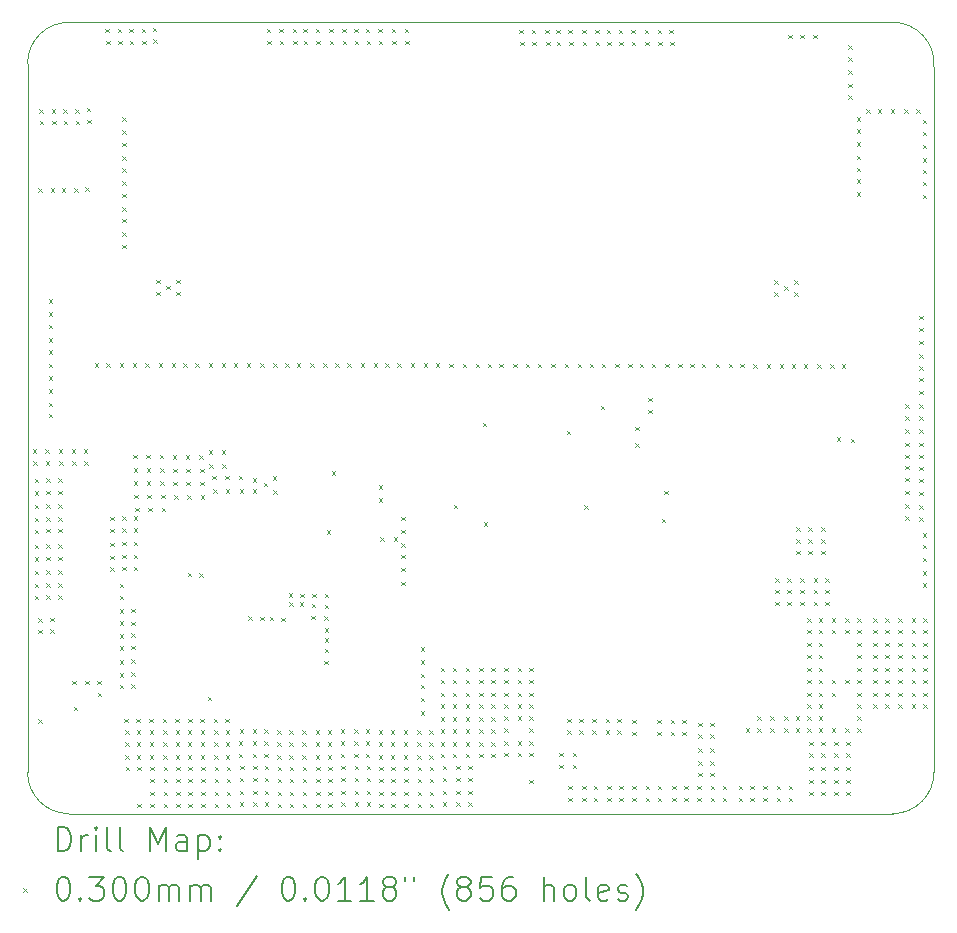
<source format=gbr>
%TF.GenerationSoftware,KiCad,Pcbnew,8.0.4*%
%TF.CreationDate,2024-12-09T12:19:38+01:00*%
%TF.ProjectId,BLDC motor controller,424c4443-206d-46f7-946f-7220636f6e74,1.1*%
%TF.SameCoordinates,Original*%
%TF.FileFunction,Drillmap*%
%TF.FilePolarity,Positive*%
%FSLAX45Y45*%
G04 Gerber Fmt 4.5, Leading zero omitted, Abs format (unit mm)*
G04 Created by KiCad (PCBNEW 8.0.4) date 2024-12-09 12:19:38*
%MOMM*%
%LPD*%
G01*
G04 APERTURE LIST*
%ADD10C,0.100000*%
%ADD11C,0.200000*%
G04 APERTURE END LIST*
D10*
X9725000Y-6750000D02*
X16700000Y-6750000D01*
X9375000Y-7100000D02*
G75*
G02*
X9725000Y-6750000I350000J0D01*
G01*
X9375000Y-13100000D02*
X9375000Y-8750000D01*
X16700000Y-6750000D02*
G75*
G02*
X17049111Y-7124936I0J-350000D01*
G01*
X9725000Y-13450000D02*
X16700000Y-13450000D01*
X17050000Y-13100000D02*
X17050000Y-7125000D01*
X17050000Y-13100000D02*
G75*
G02*
X16700000Y-13450000I-350000J0D01*
G01*
X9725000Y-13450000D02*
G75*
G02*
X9375000Y-13100000I0J350000D01*
G01*
X9375000Y-8750000D02*
X9375000Y-7100000D01*
D11*
D10*
X9420000Y-10365000D02*
X9450000Y-10395000D01*
X9450000Y-10365000D02*
X9420000Y-10395000D01*
X9425000Y-10465000D02*
X9455000Y-10495000D01*
X9455000Y-10465000D02*
X9425000Y-10495000D01*
X9435000Y-10615000D02*
X9465000Y-10645000D01*
X9465000Y-10615000D02*
X9435000Y-10645000D01*
X9435000Y-10720000D02*
X9465000Y-10750000D01*
X9465000Y-10720000D02*
X9435000Y-10750000D01*
X9435000Y-10835000D02*
X9465000Y-10865000D01*
X9465000Y-10835000D02*
X9435000Y-10865000D01*
X9435000Y-10945000D02*
X9465000Y-10975000D01*
X9465000Y-10945000D02*
X9435000Y-10975000D01*
X9435000Y-11045000D02*
X9465000Y-11075000D01*
X9465000Y-11045000D02*
X9435000Y-11075000D01*
X9435000Y-11175000D02*
X9465000Y-11205000D01*
X9465000Y-11175000D02*
X9435000Y-11205000D01*
X9435000Y-11280000D02*
X9465000Y-11310000D01*
X9465000Y-11280000D02*
X9435000Y-11310000D01*
X9435000Y-11395000D02*
X9465000Y-11425000D01*
X9465000Y-11395000D02*
X9435000Y-11425000D01*
X9435000Y-11505000D02*
X9465000Y-11535000D01*
X9465000Y-11505000D02*
X9435000Y-11535000D01*
X9435000Y-11605000D02*
X9465000Y-11635000D01*
X9465000Y-11605000D02*
X9435000Y-11635000D01*
X9465000Y-8155000D02*
X9495000Y-8185000D01*
X9495000Y-8155000D02*
X9465000Y-8185000D01*
X9465000Y-11795000D02*
X9495000Y-11825000D01*
X9495000Y-11795000D02*
X9465000Y-11825000D01*
X9465000Y-11895000D02*
X9495000Y-11925000D01*
X9495000Y-11895000D02*
X9465000Y-11925000D01*
X9465000Y-12650000D02*
X9495000Y-12680000D01*
X9495000Y-12650000D02*
X9465000Y-12680000D01*
X9475000Y-7485000D02*
X9505000Y-7515000D01*
X9505000Y-7485000D02*
X9475000Y-7515000D01*
X9480000Y-7585000D02*
X9510000Y-7615000D01*
X9510000Y-7585000D02*
X9480000Y-7615000D01*
X9525000Y-10365000D02*
X9555000Y-10395000D01*
X9555000Y-10365000D02*
X9525000Y-10395000D01*
X9530000Y-10465000D02*
X9560000Y-10495000D01*
X9560000Y-10465000D02*
X9530000Y-10495000D01*
X9535000Y-10610000D02*
X9565000Y-10640000D01*
X9565000Y-10610000D02*
X9535000Y-10640000D01*
X9535000Y-10715000D02*
X9565000Y-10745000D01*
X9565000Y-10715000D02*
X9535000Y-10745000D01*
X9535000Y-10830000D02*
X9565000Y-10860000D01*
X9565000Y-10830000D02*
X9535000Y-10860000D01*
X9535000Y-10940000D02*
X9565000Y-10970000D01*
X9565000Y-10940000D02*
X9535000Y-10970000D01*
X9535000Y-11040000D02*
X9565000Y-11070000D01*
X9565000Y-11040000D02*
X9535000Y-11070000D01*
X9535000Y-11170000D02*
X9565000Y-11200000D01*
X9565000Y-11170000D02*
X9535000Y-11200000D01*
X9535000Y-11275000D02*
X9565000Y-11305000D01*
X9565000Y-11275000D02*
X9535000Y-11305000D01*
X9535000Y-11390000D02*
X9565000Y-11420000D01*
X9565000Y-11390000D02*
X9535000Y-11420000D01*
X9535000Y-11500000D02*
X9565000Y-11530000D01*
X9565000Y-11500000D02*
X9535000Y-11530000D01*
X9535000Y-11600000D02*
X9565000Y-11630000D01*
X9565000Y-11600000D02*
X9535000Y-11630000D01*
X9555000Y-9095000D02*
X9585000Y-9125000D01*
X9585000Y-9095000D02*
X9555000Y-9125000D01*
X9555000Y-9205000D02*
X9585000Y-9235000D01*
X9585000Y-9205000D02*
X9555000Y-9235000D01*
X9555000Y-9310000D02*
X9585000Y-9340000D01*
X9585000Y-9310000D02*
X9555000Y-9340000D01*
X9555000Y-9425000D02*
X9585000Y-9455000D01*
X9585000Y-9425000D02*
X9555000Y-9455000D01*
X9555000Y-9525000D02*
X9585000Y-9555000D01*
X9585000Y-9525000D02*
X9555000Y-9555000D01*
X9555000Y-9640000D02*
X9585000Y-9670000D01*
X9585000Y-9640000D02*
X9555000Y-9670000D01*
X9555000Y-9745000D02*
X9585000Y-9775000D01*
X9585000Y-9745000D02*
X9555000Y-9775000D01*
X9555000Y-9855000D02*
X9585000Y-9885000D01*
X9585000Y-9855000D02*
X9555000Y-9885000D01*
X9555000Y-9970000D02*
X9585000Y-10000000D01*
X9585000Y-9970000D02*
X9555000Y-10000000D01*
X9555000Y-10065000D02*
X9585000Y-10095000D01*
X9585000Y-10065000D02*
X9555000Y-10095000D01*
X9565000Y-11790000D02*
X9595000Y-11820000D01*
X9595000Y-11790000D02*
X9565000Y-11820000D01*
X9565000Y-11890000D02*
X9595000Y-11920000D01*
X9595000Y-11890000D02*
X9565000Y-11920000D01*
X9570000Y-8155000D02*
X9600000Y-8185000D01*
X9600000Y-8155000D02*
X9570000Y-8185000D01*
X9580000Y-7485000D02*
X9610000Y-7515000D01*
X9610000Y-7485000D02*
X9580000Y-7515000D01*
X9585000Y-7585000D02*
X9615000Y-7615000D01*
X9615000Y-7585000D02*
X9585000Y-7615000D01*
X9635000Y-10610000D02*
X9665000Y-10640000D01*
X9665000Y-10610000D02*
X9635000Y-10640000D01*
X9635000Y-10715000D02*
X9665000Y-10745000D01*
X9665000Y-10715000D02*
X9635000Y-10745000D01*
X9635000Y-10830000D02*
X9665000Y-10860000D01*
X9665000Y-10830000D02*
X9635000Y-10860000D01*
X9635000Y-10940000D02*
X9665000Y-10970000D01*
X9665000Y-10940000D02*
X9635000Y-10970000D01*
X9635000Y-11040000D02*
X9665000Y-11070000D01*
X9665000Y-11040000D02*
X9635000Y-11070000D01*
X9635000Y-11170000D02*
X9665000Y-11200000D01*
X9665000Y-11170000D02*
X9635000Y-11200000D01*
X9635000Y-11275000D02*
X9665000Y-11305000D01*
X9665000Y-11275000D02*
X9635000Y-11305000D01*
X9635000Y-11390000D02*
X9665000Y-11420000D01*
X9665000Y-11390000D02*
X9635000Y-11420000D01*
X9635000Y-11500000D02*
X9665000Y-11530000D01*
X9665000Y-11500000D02*
X9635000Y-11530000D01*
X9635000Y-11600000D02*
X9665000Y-11630000D01*
X9665000Y-11600000D02*
X9635000Y-11630000D01*
X9640000Y-10365000D02*
X9670000Y-10395000D01*
X9670000Y-10365000D02*
X9640000Y-10395000D01*
X9645000Y-10465000D02*
X9675000Y-10495000D01*
X9675000Y-10465000D02*
X9645000Y-10495000D01*
X9665000Y-8155000D02*
X9695000Y-8185000D01*
X9695000Y-8155000D02*
X9665000Y-8185000D01*
X9675000Y-7485000D02*
X9705000Y-7515000D01*
X9705000Y-7485000D02*
X9675000Y-7515000D01*
X9680000Y-7585000D02*
X9710000Y-7615000D01*
X9710000Y-7585000D02*
X9680000Y-7615000D01*
X9750000Y-10365000D02*
X9780000Y-10395000D01*
X9780000Y-10365000D02*
X9750000Y-10395000D01*
X9755000Y-10465000D02*
X9785000Y-10495000D01*
X9785000Y-10465000D02*
X9755000Y-10495000D01*
X9755000Y-12325000D02*
X9785000Y-12355000D01*
X9785000Y-12325000D02*
X9755000Y-12355000D01*
X9765000Y-12545000D02*
X9795000Y-12575000D01*
X9795000Y-12545000D02*
X9765000Y-12575000D01*
X9770000Y-8155000D02*
X9800000Y-8185000D01*
X9800000Y-8155000D02*
X9770000Y-8185000D01*
X9780000Y-7485000D02*
X9810000Y-7515000D01*
X9810000Y-7485000D02*
X9780000Y-7515000D01*
X9785000Y-7585000D02*
X9815000Y-7615000D01*
X9815000Y-7585000D02*
X9785000Y-7615000D01*
X9850000Y-10365000D02*
X9880000Y-10395000D01*
X9880000Y-10365000D02*
X9850000Y-10395000D01*
X9855000Y-10465000D02*
X9885000Y-10495000D01*
X9885000Y-10465000D02*
X9855000Y-10495000D01*
X9865000Y-8145000D02*
X9895000Y-8175000D01*
X9895000Y-8145000D02*
X9865000Y-8175000D01*
X9865000Y-12325000D02*
X9895000Y-12355000D01*
X9895000Y-12325000D02*
X9865000Y-12355000D01*
X9875000Y-7475000D02*
X9905000Y-7505000D01*
X9905000Y-7475000D02*
X9875000Y-7505000D01*
X9880000Y-7575000D02*
X9910000Y-7605000D01*
X9910000Y-7575000D02*
X9880000Y-7605000D01*
X9945000Y-9635000D02*
X9975000Y-9665000D01*
X9975000Y-9635000D02*
X9945000Y-9665000D01*
X9965000Y-12325000D02*
X9995000Y-12355000D01*
X9995000Y-12325000D02*
X9965000Y-12355000D01*
X9970000Y-12425000D02*
X10000000Y-12455000D01*
X10000000Y-12425000D02*
X9970000Y-12455000D01*
X10035000Y-6805000D02*
X10065000Y-6835000D01*
X10065000Y-6805000D02*
X10035000Y-6835000D01*
X10040000Y-6905000D02*
X10070000Y-6935000D01*
X10070000Y-6905000D02*
X10040000Y-6935000D01*
X10040000Y-9635000D02*
X10070000Y-9665000D01*
X10070000Y-9635000D02*
X10040000Y-9665000D01*
X10075000Y-10935000D02*
X10105000Y-10965000D01*
X10105000Y-10935000D02*
X10075000Y-10965000D01*
X10075000Y-11040000D02*
X10105000Y-11070000D01*
X10105000Y-11040000D02*
X10075000Y-11070000D01*
X10075000Y-11155000D02*
X10105000Y-11185000D01*
X10105000Y-11155000D02*
X10075000Y-11185000D01*
X10075000Y-11265000D02*
X10105000Y-11295000D01*
X10105000Y-11265000D02*
X10075000Y-11295000D01*
X10075000Y-11365000D02*
X10105000Y-11395000D01*
X10105000Y-11365000D02*
X10075000Y-11395000D01*
X10140000Y-6805000D02*
X10170000Y-6835000D01*
X10170000Y-6805000D02*
X10140000Y-6835000D01*
X10145000Y-6905000D02*
X10175000Y-6935000D01*
X10175000Y-6905000D02*
X10145000Y-6935000D01*
X10155000Y-9635000D02*
X10185000Y-9665000D01*
X10185000Y-9635000D02*
X10155000Y-9665000D01*
X10155000Y-11505000D02*
X10185000Y-11535000D01*
X10185000Y-11505000D02*
X10155000Y-11535000D01*
X10155000Y-11605000D02*
X10185000Y-11635000D01*
X10185000Y-11605000D02*
X10155000Y-11635000D01*
X10155000Y-11720000D02*
X10185000Y-11750000D01*
X10185000Y-11720000D02*
X10155000Y-11750000D01*
X10155000Y-11820000D02*
X10185000Y-11850000D01*
X10185000Y-11820000D02*
X10155000Y-11850000D01*
X10155000Y-11930000D02*
X10185000Y-11960000D01*
X10185000Y-11930000D02*
X10155000Y-11960000D01*
X10155000Y-12035000D02*
X10185000Y-12065000D01*
X10185000Y-12035000D02*
X10155000Y-12065000D01*
X10155000Y-12150000D02*
X10185000Y-12180000D01*
X10185000Y-12150000D02*
X10155000Y-12180000D01*
X10155000Y-12260000D02*
X10185000Y-12290000D01*
X10185000Y-12260000D02*
X10155000Y-12290000D01*
X10155000Y-12360000D02*
X10185000Y-12390000D01*
X10185000Y-12360000D02*
X10155000Y-12390000D01*
X10175000Y-7555000D02*
X10205000Y-7585000D01*
X10205000Y-7555000D02*
X10175000Y-7585000D01*
X10175000Y-7665000D02*
X10205000Y-7695000D01*
X10205000Y-7665000D02*
X10175000Y-7695000D01*
X10175000Y-7770000D02*
X10205000Y-7800000D01*
X10205000Y-7770000D02*
X10175000Y-7800000D01*
X10175000Y-7885000D02*
X10205000Y-7915000D01*
X10205000Y-7885000D02*
X10175000Y-7915000D01*
X10175000Y-7985000D02*
X10205000Y-8015000D01*
X10205000Y-7985000D02*
X10175000Y-8015000D01*
X10175000Y-8095000D02*
X10205000Y-8125000D01*
X10205000Y-8095000D02*
X10175000Y-8125000D01*
X10175000Y-8200000D02*
X10205000Y-8230000D01*
X10205000Y-8200000D02*
X10175000Y-8230000D01*
X10175000Y-8315000D02*
X10205000Y-8345000D01*
X10205000Y-8315000D02*
X10175000Y-8345000D01*
X10175000Y-8415000D02*
X10205000Y-8445000D01*
X10205000Y-8415000D02*
X10175000Y-8445000D01*
X10175000Y-8530000D02*
X10205000Y-8560000D01*
X10205000Y-8530000D02*
X10175000Y-8560000D01*
X10175000Y-8635000D02*
X10205000Y-8665000D01*
X10205000Y-8635000D02*
X10175000Y-8665000D01*
X10175000Y-10930000D02*
X10205000Y-10960000D01*
X10205000Y-10930000D02*
X10175000Y-10960000D01*
X10175000Y-11035000D02*
X10205000Y-11065000D01*
X10205000Y-11035000D02*
X10175000Y-11065000D01*
X10175000Y-11150000D02*
X10205000Y-11180000D01*
X10205000Y-11150000D02*
X10175000Y-11180000D01*
X10175000Y-11260000D02*
X10205000Y-11290000D01*
X10205000Y-11260000D02*
X10175000Y-11290000D01*
X10175000Y-11360000D02*
X10205000Y-11390000D01*
X10205000Y-11360000D02*
X10175000Y-11390000D01*
X10195000Y-12645000D02*
X10225000Y-12675000D01*
X10225000Y-12645000D02*
X10195000Y-12675000D01*
X10200000Y-12745000D02*
X10230000Y-12775000D01*
X10230000Y-12745000D02*
X10200000Y-12775000D01*
X10200000Y-12845000D02*
X10230000Y-12875000D01*
X10230000Y-12845000D02*
X10200000Y-12875000D01*
X10200000Y-12955000D02*
X10230000Y-12985000D01*
X10230000Y-12955000D02*
X10200000Y-12985000D01*
X10205000Y-13055000D02*
X10235000Y-13085000D01*
X10235000Y-13055000D02*
X10205000Y-13085000D01*
X10235000Y-6805000D02*
X10265000Y-6835000D01*
X10265000Y-6805000D02*
X10235000Y-6835000D01*
X10240000Y-6905000D02*
X10270000Y-6935000D01*
X10270000Y-6905000D02*
X10240000Y-6935000D01*
X10255000Y-11715000D02*
X10285000Y-11745000D01*
X10285000Y-11715000D02*
X10255000Y-11745000D01*
X10255000Y-11825000D02*
X10285000Y-11855000D01*
X10285000Y-11825000D02*
X10255000Y-11855000D01*
X10255000Y-11925000D02*
X10285000Y-11955000D01*
X10285000Y-11925000D02*
X10255000Y-11955000D01*
X10255000Y-12030000D02*
X10285000Y-12060000D01*
X10285000Y-12030000D02*
X10255000Y-12060000D01*
X10255000Y-12145000D02*
X10285000Y-12175000D01*
X10285000Y-12145000D02*
X10255000Y-12175000D01*
X10255000Y-12255000D02*
X10285000Y-12285000D01*
X10285000Y-12255000D02*
X10255000Y-12285000D01*
X10255000Y-12355000D02*
X10285000Y-12385000D01*
X10285000Y-12355000D02*
X10255000Y-12385000D01*
X10265000Y-9635000D02*
X10295000Y-9665000D01*
X10295000Y-9635000D02*
X10265000Y-9665000D01*
X10270000Y-10410000D02*
X10300000Y-10440000D01*
X10300000Y-10410000D02*
X10270000Y-10440000D01*
X10275000Y-10525000D02*
X10305000Y-10555000D01*
X10305000Y-10525000D02*
X10275000Y-10555000D01*
X10275000Y-10635000D02*
X10305000Y-10665000D01*
X10305000Y-10635000D02*
X10275000Y-10665000D01*
X10275000Y-10930000D02*
X10305000Y-10960000D01*
X10305000Y-10930000D02*
X10275000Y-10960000D01*
X10275000Y-11035000D02*
X10305000Y-11065000D01*
X10305000Y-11035000D02*
X10275000Y-11065000D01*
X10275000Y-11150000D02*
X10305000Y-11180000D01*
X10305000Y-11150000D02*
X10275000Y-11180000D01*
X10275000Y-11260000D02*
X10305000Y-11290000D01*
X10305000Y-11260000D02*
X10275000Y-11290000D01*
X10275000Y-11360000D02*
X10305000Y-11390000D01*
X10305000Y-11360000D02*
X10275000Y-11390000D01*
X10280000Y-10750000D02*
X10310000Y-10780000D01*
X10310000Y-10750000D02*
X10280000Y-10780000D01*
X10285000Y-10860000D02*
X10315000Y-10890000D01*
X10315000Y-10860000D02*
X10285000Y-10890000D01*
X10295000Y-12645000D02*
X10325000Y-12675000D01*
X10325000Y-12645000D02*
X10295000Y-12675000D01*
X10300000Y-12745000D02*
X10330000Y-12775000D01*
X10330000Y-12745000D02*
X10300000Y-12775000D01*
X10300000Y-12845000D02*
X10330000Y-12875000D01*
X10330000Y-12845000D02*
X10300000Y-12875000D01*
X10300000Y-12955000D02*
X10330000Y-12985000D01*
X10330000Y-12955000D02*
X10300000Y-12985000D01*
X10305000Y-13055000D02*
X10335000Y-13085000D01*
X10335000Y-13055000D02*
X10305000Y-13085000D01*
X10305000Y-13365000D02*
X10335000Y-13395000D01*
X10335000Y-13365000D02*
X10305000Y-13395000D01*
X10340000Y-6805000D02*
X10370000Y-6835000D01*
X10370000Y-6805000D02*
X10340000Y-6835000D01*
X10345000Y-6905000D02*
X10375000Y-6935000D01*
X10375000Y-6905000D02*
X10345000Y-6935000D01*
X10370000Y-9635000D02*
X10400000Y-9665000D01*
X10400000Y-9635000D02*
X10370000Y-9665000D01*
X10380000Y-10410000D02*
X10410000Y-10440000D01*
X10410000Y-10410000D02*
X10380000Y-10440000D01*
X10385000Y-10525000D02*
X10415000Y-10555000D01*
X10415000Y-10525000D02*
X10385000Y-10555000D01*
X10385000Y-10635000D02*
X10415000Y-10665000D01*
X10415000Y-10635000D02*
X10385000Y-10665000D01*
X10390000Y-10750000D02*
X10420000Y-10780000D01*
X10420000Y-10750000D02*
X10390000Y-10780000D01*
X10395000Y-10860000D02*
X10425000Y-10890000D01*
X10425000Y-10860000D02*
X10395000Y-10890000D01*
X10405000Y-12645000D02*
X10435000Y-12675000D01*
X10435000Y-12645000D02*
X10405000Y-12675000D01*
X10410000Y-12745000D02*
X10440000Y-12775000D01*
X10440000Y-12745000D02*
X10410000Y-12775000D01*
X10410000Y-12845000D02*
X10440000Y-12875000D01*
X10440000Y-12845000D02*
X10410000Y-12875000D01*
X10410000Y-12955000D02*
X10440000Y-12985000D01*
X10440000Y-12955000D02*
X10410000Y-12985000D01*
X10415000Y-13055000D02*
X10445000Y-13085000D01*
X10445000Y-13055000D02*
X10415000Y-13085000D01*
X10415000Y-13155000D02*
X10445000Y-13185000D01*
X10445000Y-13155000D02*
X10415000Y-13185000D01*
X10415000Y-13265000D02*
X10445000Y-13295000D01*
X10445000Y-13265000D02*
X10415000Y-13295000D01*
X10415000Y-13365000D02*
X10445000Y-13395000D01*
X10445000Y-13365000D02*
X10415000Y-13395000D01*
X10435000Y-6795000D02*
X10465000Y-6825000D01*
X10465000Y-6795000D02*
X10435000Y-6825000D01*
X10440000Y-6895000D02*
X10470000Y-6925000D01*
X10470000Y-6895000D02*
X10440000Y-6925000D01*
X10465000Y-8930000D02*
X10495000Y-8960000D01*
X10495000Y-8930000D02*
X10465000Y-8960000D01*
X10465000Y-9030000D02*
X10495000Y-9060000D01*
X10495000Y-9030000D02*
X10465000Y-9060000D01*
X10485000Y-9635000D02*
X10515000Y-9665000D01*
X10515000Y-9635000D02*
X10485000Y-9665000D01*
X10495000Y-10410000D02*
X10525000Y-10440000D01*
X10525000Y-10410000D02*
X10495000Y-10440000D01*
X10500000Y-10525000D02*
X10530000Y-10555000D01*
X10530000Y-10525000D02*
X10500000Y-10555000D01*
X10500000Y-10635000D02*
X10530000Y-10665000D01*
X10530000Y-10635000D02*
X10500000Y-10665000D01*
X10505000Y-10750000D02*
X10535000Y-10780000D01*
X10535000Y-10750000D02*
X10505000Y-10780000D01*
X10510000Y-10860000D02*
X10540000Y-10890000D01*
X10540000Y-10860000D02*
X10510000Y-10890000D01*
X10520000Y-12645000D02*
X10550000Y-12675000D01*
X10550000Y-12645000D02*
X10520000Y-12675000D01*
X10525000Y-12745000D02*
X10555000Y-12775000D01*
X10555000Y-12745000D02*
X10525000Y-12775000D01*
X10525000Y-12845000D02*
X10555000Y-12875000D01*
X10555000Y-12845000D02*
X10525000Y-12875000D01*
X10525000Y-12955000D02*
X10555000Y-12985000D01*
X10555000Y-12955000D02*
X10525000Y-12985000D01*
X10530000Y-13055000D02*
X10560000Y-13085000D01*
X10560000Y-13055000D02*
X10530000Y-13085000D01*
X10530000Y-13155000D02*
X10560000Y-13185000D01*
X10560000Y-13155000D02*
X10530000Y-13185000D01*
X10530000Y-13265000D02*
X10560000Y-13295000D01*
X10560000Y-13265000D02*
X10530000Y-13295000D01*
X10530000Y-13365000D02*
X10560000Y-13395000D01*
X10560000Y-13365000D02*
X10530000Y-13395000D01*
X10550000Y-8980000D02*
X10580000Y-9010000D01*
X10580000Y-8980000D02*
X10550000Y-9010000D01*
X10595000Y-9635000D02*
X10625000Y-9665000D01*
X10625000Y-9635000D02*
X10595000Y-9665000D01*
X10605000Y-10415000D02*
X10635000Y-10445000D01*
X10635000Y-10415000D02*
X10605000Y-10445000D01*
X10610000Y-10530000D02*
X10640000Y-10560000D01*
X10640000Y-10530000D02*
X10610000Y-10560000D01*
X10610000Y-10640000D02*
X10640000Y-10670000D01*
X10640000Y-10640000D02*
X10610000Y-10670000D01*
X10615000Y-10755000D02*
X10645000Y-10785000D01*
X10645000Y-10755000D02*
X10615000Y-10785000D01*
X10625000Y-12645000D02*
X10655000Y-12675000D01*
X10655000Y-12645000D02*
X10625000Y-12675000D01*
X10630000Y-12745000D02*
X10660000Y-12775000D01*
X10660000Y-12745000D02*
X10630000Y-12775000D01*
X10630000Y-12845000D02*
X10660000Y-12875000D01*
X10660000Y-12845000D02*
X10630000Y-12875000D01*
X10630000Y-12955000D02*
X10660000Y-12985000D01*
X10660000Y-12955000D02*
X10630000Y-12985000D01*
X10635000Y-8930000D02*
X10665000Y-8960000D01*
X10665000Y-8930000D02*
X10635000Y-8960000D01*
X10635000Y-9030000D02*
X10665000Y-9060000D01*
X10665000Y-9030000D02*
X10635000Y-9060000D01*
X10635000Y-13055000D02*
X10665000Y-13085000D01*
X10665000Y-13055000D02*
X10635000Y-13085000D01*
X10635000Y-13155000D02*
X10665000Y-13185000D01*
X10665000Y-13155000D02*
X10635000Y-13185000D01*
X10635000Y-13265000D02*
X10665000Y-13295000D01*
X10665000Y-13265000D02*
X10635000Y-13295000D01*
X10635000Y-13365000D02*
X10665000Y-13395000D01*
X10665000Y-13365000D02*
X10635000Y-13395000D01*
X10695000Y-9635000D02*
X10725000Y-9665000D01*
X10725000Y-9635000D02*
X10695000Y-9665000D01*
X10715000Y-10415000D02*
X10745000Y-10445000D01*
X10745000Y-10415000D02*
X10715000Y-10445000D01*
X10720000Y-10530000D02*
X10750000Y-10560000D01*
X10750000Y-10530000D02*
X10720000Y-10560000D01*
X10720000Y-10640000D02*
X10750000Y-10670000D01*
X10750000Y-10640000D02*
X10720000Y-10670000D01*
X10725000Y-10755000D02*
X10755000Y-10785000D01*
X10755000Y-10755000D02*
X10725000Y-10785000D01*
X10730000Y-11410000D02*
X10760000Y-11440000D01*
X10760000Y-11410000D02*
X10730000Y-11440000D01*
X10730000Y-12745000D02*
X10760000Y-12775000D01*
X10760000Y-12745000D02*
X10730000Y-12775000D01*
X10730000Y-12845000D02*
X10760000Y-12875000D01*
X10760000Y-12845000D02*
X10730000Y-12875000D01*
X10730000Y-12955000D02*
X10760000Y-12985000D01*
X10760000Y-12955000D02*
X10730000Y-12985000D01*
X10735000Y-12645000D02*
X10765000Y-12675000D01*
X10765000Y-12645000D02*
X10735000Y-12675000D01*
X10735000Y-13055000D02*
X10765000Y-13085000D01*
X10765000Y-13055000D02*
X10735000Y-13085000D01*
X10735000Y-13155000D02*
X10765000Y-13185000D01*
X10765000Y-13155000D02*
X10735000Y-13185000D01*
X10735000Y-13265000D02*
X10765000Y-13295000D01*
X10765000Y-13265000D02*
X10735000Y-13295000D01*
X10735000Y-13365000D02*
X10765000Y-13395000D01*
X10765000Y-13365000D02*
X10735000Y-13395000D01*
X10795000Y-9635000D02*
X10825000Y-9665000D01*
X10825000Y-9635000D02*
X10795000Y-9665000D01*
X10830000Y-10415000D02*
X10860000Y-10445000D01*
X10860000Y-10415000D02*
X10830000Y-10445000D01*
X10830000Y-11415000D02*
X10860000Y-11445000D01*
X10860000Y-11415000D02*
X10830000Y-11445000D01*
X10835000Y-10530000D02*
X10865000Y-10560000D01*
X10865000Y-10530000D02*
X10835000Y-10560000D01*
X10835000Y-10640000D02*
X10865000Y-10670000D01*
X10865000Y-10640000D02*
X10835000Y-10670000D01*
X10835000Y-12645000D02*
X10865000Y-12675000D01*
X10865000Y-12645000D02*
X10835000Y-12675000D01*
X10840000Y-10755000D02*
X10870000Y-10785000D01*
X10870000Y-10755000D02*
X10840000Y-10785000D01*
X10840000Y-12745000D02*
X10870000Y-12775000D01*
X10870000Y-12745000D02*
X10840000Y-12775000D01*
X10840000Y-12845000D02*
X10870000Y-12875000D01*
X10870000Y-12845000D02*
X10840000Y-12875000D01*
X10840000Y-12955000D02*
X10870000Y-12985000D01*
X10870000Y-12955000D02*
X10840000Y-12985000D01*
X10845000Y-13055000D02*
X10875000Y-13085000D01*
X10875000Y-13055000D02*
X10845000Y-13085000D01*
X10845000Y-13155000D02*
X10875000Y-13185000D01*
X10875000Y-13155000D02*
X10845000Y-13185000D01*
X10845000Y-13265000D02*
X10875000Y-13295000D01*
X10875000Y-13265000D02*
X10845000Y-13295000D01*
X10845000Y-13365000D02*
X10875000Y-13395000D01*
X10875000Y-13365000D02*
X10845000Y-13395000D01*
X10900000Y-12460000D02*
X10930000Y-12490000D01*
X10930000Y-12460000D02*
X10900000Y-12490000D01*
X10910000Y-9635000D02*
X10940000Y-9665000D01*
X10940000Y-9635000D02*
X10910000Y-9665000D01*
X10910000Y-10375000D02*
X10940000Y-10405000D01*
X10940000Y-10375000D02*
X10910000Y-10405000D01*
X10915000Y-10490000D02*
X10945000Y-10520000D01*
X10945000Y-10490000D02*
X10915000Y-10520000D01*
X10940000Y-10590000D02*
X10970000Y-10620000D01*
X10970000Y-10590000D02*
X10940000Y-10620000D01*
X10945000Y-10705000D02*
X10975000Y-10735000D01*
X10975000Y-10705000D02*
X10945000Y-10735000D01*
X10950000Y-12645000D02*
X10980000Y-12675000D01*
X10980000Y-12645000D02*
X10950000Y-12675000D01*
X10955000Y-12745000D02*
X10985000Y-12775000D01*
X10985000Y-12745000D02*
X10955000Y-12775000D01*
X10955000Y-12845000D02*
X10985000Y-12875000D01*
X10985000Y-12845000D02*
X10955000Y-12875000D01*
X10955000Y-12955000D02*
X10985000Y-12985000D01*
X10985000Y-12955000D02*
X10955000Y-12985000D01*
X10960000Y-13055000D02*
X10990000Y-13085000D01*
X10990000Y-13055000D02*
X10960000Y-13085000D01*
X10960000Y-13155000D02*
X10990000Y-13185000D01*
X10990000Y-13155000D02*
X10960000Y-13185000D01*
X10960000Y-13265000D02*
X10990000Y-13295000D01*
X10990000Y-13265000D02*
X10960000Y-13295000D01*
X10960000Y-13365000D02*
X10990000Y-13395000D01*
X10990000Y-13365000D02*
X10960000Y-13395000D01*
X11020000Y-9635000D02*
X11050000Y-9665000D01*
X11050000Y-9635000D02*
X11020000Y-9665000D01*
X11020000Y-10375000D02*
X11050000Y-10405000D01*
X11050000Y-10375000D02*
X11020000Y-10405000D01*
X11025000Y-10490000D02*
X11055000Y-10520000D01*
X11055000Y-10490000D02*
X11025000Y-10520000D01*
X11050000Y-10590000D02*
X11080000Y-10620000D01*
X11080000Y-10590000D02*
X11050000Y-10620000D01*
X11050000Y-12645000D02*
X11080000Y-12675000D01*
X11080000Y-12645000D02*
X11050000Y-12675000D01*
X11055000Y-10705000D02*
X11085000Y-10735000D01*
X11085000Y-10705000D02*
X11055000Y-10735000D01*
X11055000Y-12745000D02*
X11085000Y-12775000D01*
X11085000Y-12745000D02*
X11055000Y-12775000D01*
X11055000Y-12845000D02*
X11085000Y-12875000D01*
X11085000Y-12845000D02*
X11055000Y-12875000D01*
X11055000Y-12955000D02*
X11085000Y-12985000D01*
X11085000Y-12955000D02*
X11055000Y-12985000D01*
X11060000Y-13055000D02*
X11090000Y-13085000D01*
X11090000Y-13055000D02*
X11060000Y-13085000D01*
X11060000Y-13155000D02*
X11090000Y-13185000D01*
X11090000Y-13155000D02*
X11060000Y-13185000D01*
X11060000Y-13265000D02*
X11090000Y-13295000D01*
X11090000Y-13265000D02*
X11060000Y-13295000D01*
X11060000Y-13365000D02*
X11090000Y-13395000D01*
X11090000Y-13365000D02*
X11060000Y-13395000D01*
X11120000Y-9635000D02*
X11150000Y-9665000D01*
X11150000Y-9635000D02*
X11120000Y-9665000D01*
X11165000Y-10590000D02*
X11195000Y-10620000D01*
X11195000Y-10590000D02*
X11165000Y-10620000D01*
X11165000Y-12835000D02*
X11195000Y-12865000D01*
X11195000Y-12835000D02*
X11165000Y-12865000D01*
X11165000Y-12945000D02*
X11195000Y-12975000D01*
X11195000Y-12945000D02*
X11165000Y-12975000D01*
X11170000Y-10705000D02*
X11200000Y-10735000D01*
X11200000Y-10705000D02*
X11170000Y-10735000D01*
X11170000Y-12735000D02*
X11200000Y-12765000D01*
X11200000Y-12735000D02*
X11170000Y-12765000D01*
X11170000Y-13145000D02*
X11200000Y-13175000D01*
X11200000Y-13145000D02*
X11170000Y-13175000D01*
X11170000Y-13255000D02*
X11200000Y-13285000D01*
X11200000Y-13255000D02*
X11170000Y-13285000D01*
X11170000Y-13355000D02*
X11200000Y-13385000D01*
X11200000Y-13355000D02*
X11170000Y-13385000D01*
X11175000Y-13045000D02*
X11205000Y-13075000D01*
X11205000Y-13045000D02*
X11175000Y-13075000D01*
X11230000Y-9635000D02*
X11260000Y-9665000D01*
X11260000Y-9635000D02*
X11230000Y-9665000D01*
X11245000Y-11780000D02*
X11275000Y-11810000D01*
X11275000Y-11780000D02*
X11245000Y-11810000D01*
X11280000Y-10610000D02*
X11310000Y-10640000D01*
X11310000Y-10610000D02*
X11280000Y-10640000D01*
X11280000Y-10705000D02*
X11310000Y-10735000D01*
X11310000Y-10705000D02*
X11280000Y-10735000D01*
X11280000Y-12735000D02*
X11310000Y-12765000D01*
X11310000Y-12735000D02*
X11280000Y-12765000D01*
X11280000Y-12835000D02*
X11310000Y-12865000D01*
X11310000Y-12835000D02*
X11280000Y-12865000D01*
X11280000Y-12945000D02*
X11310000Y-12975000D01*
X11310000Y-12945000D02*
X11280000Y-12975000D01*
X11285000Y-13045000D02*
X11315000Y-13075000D01*
X11315000Y-13045000D02*
X11285000Y-13075000D01*
X11285000Y-13145000D02*
X11315000Y-13175000D01*
X11315000Y-13145000D02*
X11285000Y-13175000D01*
X11285000Y-13255000D02*
X11315000Y-13285000D01*
X11315000Y-13255000D02*
X11285000Y-13285000D01*
X11285000Y-13355000D02*
X11315000Y-13385000D01*
X11315000Y-13355000D02*
X11285000Y-13385000D01*
X11345000Y-9635000D02*
X11375000Y-9665000D01*
X11375000Y-9635000D02*
X11345000Y-9665000D01*
X11345000Y-11785000D02*
X11375000Y-11815000D01*
X11375000Y-11785000D02*
X11345000Y-11815000D01*
X11375000Y-10650000D02*
X11405000Y-10680000D01*
X11405000Y-10650000D02*
X11375000Y-10680000D01*
X11380000Y-12735000D02*
X11410000Y-12765000D01*
X11410000Y-12735000D02*
X11380000Y-12765000D01*
X11380000Y-12835000D02*
X11410000Y-12865000D01*
X11410000Y-12835000D02*
X11380000Y-12865000D01*
X11380000Y-12945000D02*
X11410000Y-12975000D01*
X11410000Y-12945000D02*
X11380000Y-12975000D01*
X11385000Y-13045000D02*
X11415000Y-13075000D01*
X11415000Y-13045000D02*
X11385000Y-13075000D01*
X11385000Y-13145000D02*
X11415000Y-13175000D01*
X11415000Y-13145000D02*
X11385000Y-13175000D01*
X11385000Y-13255000D02*
X11415000Y-13285000D01*
X11415000Y-13255000D02*
X11385000Y-13285000D01*
X11385000Y-13355000D02*
X11415000Y-13385000D01*
X11415000Y-13355000D02*
X11385000Y-13385000D01*
X11400000Y-6805000D02*
X11430000Y-6835000D01*
X11430000Y-6805000D02*
X11400000Y-6835000D01*
X11405000Y-6905000D02*
X11435000Y-6935000D01*
X11435000Y-6905000D02*
X11405000Y-6935000D01*
X11425000Y-11785000D02*
X11455000Y-11815000D01*
X11455000Y-11785000D02*
X11425000Y-11815000D01*
X11450000Y-10595000D02*
X11480000Y-10625000D01*
X11480000Y-10595000D02*
X11450000Y-10625000D01*
X11455000Y-9635000D02*
X11485000Y-9665000D01*
X11485000Y-9635000D02*
X11455000Y-9665000D01*
X11455000Y-10710000D02*
X11485000Y-10740000D01*
X11485000Y-10710000D02*
X11455000Y-10740000D01*
X11490000Y-12745000D02*
X11520000Y-12775000D01*
X11520000Y-12745000D02*
X11490000Y-12775000D01*
X11490000Y-12845000D02*
X11520000Y-12875000D01*
X11520000Y-12845000D02*
X11490000Y-12875000D01*
X11490000Y-12955000D02*
X11520000Y-12985000D01*
X11520000Y-12955000D02*
X11490000Y-12985000D01*
X11495000Y-13055000D02*
X11525000Y-13085000D01*
X11525000Y-13055000D02*
X11495000Y-13085000D01*
X11495000Y-13155000D02*
X11525000Y-13185000D01*
X11525000Y-13155000D02*
X11495000Y-13185000D01*
X11495000Y-13265000D02*
X11525000Y-13295000D01*
X11525000Y-13265000D02*
X11495000Y-13295000D01*
X11495000Y-13365000D02*
X11525000Y-13395000D01*
X11525000Y-13365000D02*
X11495000Y-13395000D01*
X11505000Y-6805000D02*
X11535000Y-6835000D01*
X11535000Y-6805000D02*
X11505000Y-6835000D01*
X11510000Y-6905000D02*
X11540000Y-6935000D01*
X11540000Y-6905000D02*
X11510000Y-6935000D01*
X11525000Y-11790000D02*
X11555000Y-11820000D01*
X11555000Y-11790000D02*
X11525000Y-11820000D01*
X11555000Y-9635000D02*
X11585000Y-9665000D01*
X11585000Y-9635000D02*
X11555000Y-9665000D01*
X11585000Y-11585000D02*
X11615000Y-11615000D01*
X11615000Y-11585000D02*
X11585000Y-11615000D01*
X11590000Y-11660000D02*
X11620000Y-11690000D01*
X11620000Y-11660000D02*
X11590000Y-11690000D01*
X11590000Y-12745000D02*
X11620000Y-12775000D01*
X11620000Y-12745000D02*
X11590000Y-12775000D01*
X11590000Y-12845000D02*
X11620000Y-12875000D01*
X11620000Y-12845000D02*
X11590000Y-12875000D01*
X11590000Y-12955000D02*
X11620000Y-12985000D01*
X11620000Y-12955000D02*
X11590000Y-12985000D01*
X11595000Y-13055000D02*
X11625000Y-13085000D01*
X11625000Y-13055000D02*
X11595000Y-13085000D01*
X11595000Y-13155000D02*
X11625000Y-13185000D01*
X11625000Y-13155000D02*
X11595000Y-13185000D01*
X11595000Y-13265000D02*
X11625000Y-13295000D01*
X11625000Y-13265000D02*
X11595000Y-13295000D01*
X11595000Y-13365000D02*
X11625000Y-13395000D01*
X11625000Y-13365000D02*
X11595000Y-13395000D01*
X11620000Y-6805000D02*
X11650000Y-6835000D01*
X11650000Y-6805000D02*
X11620000Y-6835000D01*
X11625000Y-6905000D02*
X11655000Y-6935000D01*
X11655000Y-6905000D02*
X11625000Y-6935000D01*
X11655000Y-9635000D02*
X11685000Y-9665000D01*
X11685000Y-9635000D02*
X11655000Y-9665000D01*
X11680000Y-11660000D02*
X11710000Y-11690000D01*
X11710000Y-11660000D02*
X11680000Y-11690000D01*
X11685000Y-11590000D02*
X11715000Y-11620000D01*
X11715000Y-11590000D02*
X11685000Y-11620000D01*
X11700000Y-12745000D02*
X11730000Y-12775000D01*
X11730000Y-12745000D02*
X11700000Y-12775000D01*
X11700000Y-12845000D02*
X11730000Y-12875000D01*
X11730000Y-12845000D02*
X11700000Y-12875000D01*
X11700000Y-12955000D02*
X11730000Y-12985000D01*
X11730000Y-12955000D02*
X11700000Y-12985000D01*
X11705000Y-13055000D02*
X11735000Y-13085000D01*
X11735000Y-13055000D02*
X11705000Y-13085000D01*
X11705000Y-13155000D02*
X11735000Y-13185000D01*
X11735000Y-13155000D02*
X11705000Y-13185000D01*
X11705000Y-13265000D02*
X11735000Y-13295000D01*
X11735000Y-13265000D02*
X11705000Y-13295000D01*
X11705000Y-13365000D02*
X11735000Y-13395000D01*
X11735000Y-13365000D02*
X11705000Y-13395000D01*
X11710000Y-6805000D02*
X11740000Y-6835000D01*
X11740000Y-6805000D02*
X11710000Y-6835000D01*
X11715000Y-6905000D02*
X11745000Y-6935000D01*
X11745000Y-6905000D02*
X11715000Y-6935000D01*
X11770000Y-9635000D02*
X11800000Y-9665000D01*
X11800000Y-9635000D02*
X11770000Y-9665000D01*
X11775000Y-11775000D02*
X11805000Y-11805000D01*
X11805000Y-11775000D02*
X11775000Y-11805000D01*
X11780000Y-11675000D02*
X11810000Y-11705000D01*
X11810000Y-11675000D02*
X11780000Y-11705000D01*
X11785000Y-11590000D02*
X11815000Y-11620000D01*
X11815000Y-11590000D02*
X11785000Y-11620000D01*
X11815000Y-6805000D02*
X11845000Y-6835000D01*
X11845000Y-6805000D02*
X11815000Y-6835000D01*
X11815000Y-12745000D02*
X11845000Y-12775000D01*
X11845000Y-12745000D02*
X11815000Y-12775000D01*
X11815000Y-12845000D02*
X11845000Y-12875000D01*
X11845000Y-12845000D02*
X11815000Y-12875000D01*
X11815000Y-12955000D02*
X11845000Y-12985000D01*
X11845000Y-12955000D02*
X11815000Y-12985000D01*
X11820000Y-6905000D02*
X11850000Y-6935000D01*
X11850000Y-6905000D02*
X11820000Y-6935000D01*
X11820000Y-13055000D02*
X11850000Y-13085000D01*
X11850000Y-13055000D02*
X11820000Y-13085000D01*
X11820000Y-13155000D02*
X11850000Y-13185000D01*
X11850000Y-13155000D02*
X11820000Y-13185000D01*
X11820000Y-13265000D02*
X11850000Y-13295000D01*
X11850000Y-13265000D02*
X11820000Y-13295000D01*
X11820000Y-13365000D02*
X11850000Y-13395000D01*
X11850000Y-13365000D02*
X11820000Y-13395000D01*
X11880000Y-9635000D02*
X11910000Y-9665000D01*
X11910000Y-9635000D02*
X11880000Y-9665000D01*
X11885000Y-11780000D02*
X11915000Y-11810000D01*
X11915000Y-11780000D02*
X11885000Y-11810000D01*
X11885000Y-12155000D02*
X11915000Y-12185000D01*
X11915000Y-12155000D02*
X11885000Y-12185000D01*
X11890000Y-11590000D02*
X11920000Y-11620000D01*
X11920000Y-11590000D02*
X11890000Y-11620000D01*
X11890000Y-11680000D02*
X11920000Y-11710000D01*
X11920000Y-11680000D02*
X11890000Y-11710000D01*
X11890000Y-11880000D02*
X11920000Y-11910000D01*
X11920000Y-11880000D02*
X11890000Y-11910000D01*
X11890000Y-11965000D02*
X11920000Y-11995000D01*
X11920000Y-11965000D02*
X11890000Y-11995000D01*
X11890000Y-12055000D02*
X11920000Y-12085000D01*
X11920000Y-12055000D02*
X11890000Y-12085000D01*
X11910000Y-11050000D02*
X11940000Y-11080000D01*
X11940000Y-11050000D02*
X11910000Y-11080000D01*
X11915000Y-12745000D02*
X11945000Y-12775000D01*
X11945000Y-12745000D02*
X11915000Y-12775000D01*
X11915000Y-12845000D02*
X11945000Y-12875000D01*
X11945000Y-12845000D02*
X11915000Y-12875000D01*
X11915000Y-12955000D02*
X11945000Y-12985000D01*
X11945000Y-12955000D02*
X11915000Y-12985000D01*
X11920000Y-13055000D02*
X11950000Y-13085000D01*
X11950000Y-13055000D02*
X11920000Y-13085000D01*
X11920000Y-13155000D02*
X11950000Y-13185000D01*
X11950000Y-13155000D02*
X11920000Y-13185000D01*
X11920000Y-13265000D02*
X11950000Y-13295000D01*
X11950000Y-13265000D02*
X11920000Y-13295000D01*
X11920000Y-13365000D02*
X11950000Y-13395000D01*
X11950000Y-13365000D02*
X11920000Y-13395000D01*
X11930000Y-6805000D02*
X11960000Y-6835000D01*
X11960000Y-6805000D02*
X11930000Y-6835000D01*
X11935000Y-6905000D02*
X11965000Y-6935000D01*
X11965000Y-6905000D02*
X11935000Y-6935000D01*
X11952500Y-10552500D02*
X11982500Y-10582500D01*
X11982500Y-10552500D02*
X11952500Y-10582500D01*
X11980000Y-9635000D02*
X12010000Y-9665000D01*
X12010000Y-9635000D02*
X11980000Y-9665000D01*
X12025000Y-12735000D02*
X12055000Y-12765000D01*
X12055000Y-12735000D02*
X12025000Y-12765000D01*
X12025000Y-12835000D02*
X12055000Y-12865000D01*
X12055000Y-12835000D02*
X12025000Y-12865000D01*
X12025000Y-12945000D02*
X12055000Y-12975000D01*
X12055000Y-12945000D02*
X12025000Y-12975000D01*
X12030000Y-13045000D02*
X12060000Y-13075000D01*
X12060000Y-13045000D02*
X12030000Y-13075000D01*
X12030000Y-13145000D02*
X12060000Y-13175000D01*
X12060000Y-13145000D02*
X12030000Y-13175000D01*
X12030000Y-13255000D02*
X12060000Y-13285000D01*
X12060000Y-13255000D02*
X12030000Y-13285000D01*
X12030000Y-13355000D02*
X12060000Y-13385000D01*
X12060000Y-13355000D02*
X12030000Y-13385000D01*
X12040000Y-6805000D02*
X12070000Y-6835000D01*
X12070000Y-6805000D02*
X12040000Y-6835000D01*
X12045000Y-6905000D02*
X12075000Y-6935000D01*
X12075000Y-6905000D02*
X12045000Y-6935000D01*
X12080000Y-9635000D02*
X12110000Y-9665000D01*
X12110000Y-9635000D02*
X12080000Y-9665000D01*
X12140000Y-6805000D02*
X12170000Y-6835000D01*
X12170000Y-6805000D02*
X12140000Y-6835000D01*
X12140000Y-12735000D02*
X12170000Y-12765000D01*
X12170000Y-12735000D02*
X12140000Y-12765000D01*
X12140000Y-12835000D02*
X12170000Y-12865000D01*
X12170000Y-12835000D02*
X12140000Y-12865000D01*
X12140000Y-12945000D02*
X12170000Y-12975000D01*
X12170000Y-12945000D02*
X12140000Y-12975000D01*
X12145000Y-6905000D02*
X12175000Y-6935000D01*
X12175000Y-6905000D02*
X12145000Y-6935000D01*
X12145000Y-13045000D02*
X12175000Y-13075000D01*
X12175000Y-13045000D02*
X12145000Y-13075000D01*
X12145000Y-13145000D02*
X12175000Y-13175000D01*
X12175000Y-13145000D02*
X12145000Y-13175000D01*
X12145000Y-13255000D02*
X12175000Y-13285000D01*
X12175000Y-13255000D02*
X12145000Y-13285000D01*
X12145000Y-13355000D02*
X12175000Y-13385000D01*
X12175000Y-13355000D02*
X12145000Y-13385000D01*
X12195000Y-9635000D02*
X12225000Y-9665000D01*
X12225000Y-9635000D02*
X12195000Y-9665000D01*
X12240000Y-6805000D02*
X12270000Y-6835000D01*
X12270000Y-6805000D02*
X12240000Y-6835000D01*
X12240000Y-12735000D02*
X12270000Y-12765000D01*
X12270000Y-12735000D02*
X12240000Y-12765000D01*
X12240000Y-12835000D02*
X12270000Y-12865000D01*
X12270000Y-12835000D02*
X12240000Y-12865000D01*
X12240000Y-12945000D02*
X12270000Y-12975000D01*
X12270000Y-12945000D02*
X12240000Y-12975000D01*
X12245000Y-6905000D02*
X12275000Y-6935000D01*
X12275000Y-6905000D02*
X12245000Y-6935000D01*
X12245000Y-13045000D02*
X12275000Y-13075000D01*
X12275000Y-13045000D02*
X12245000Y-13075000D01*
X12245000Y-13145000D02*
X12275000Y-13175000D01*
X12275000Y-13145000D02*
X12245000Y-13175000D01*
X12245000Y-13255000D02*
X12275000Y-13285000D01*
X12275000Y-13255000D02*
X12245000Y-13285000D01*
X12245000Y-13355000D02*
X12275000Y-13385000D01*
X12275000Y-13355000D02*
X12245000Y-13385000D01*
X12305000Y-9635000D02*
X12335000Y-9665000D01*
X12335000Y-9635000D02*
X12305000Y-9665000D01*
X12345000Y-6805000D02*
X12375000Y-6835000D01*
X12375000Y-6805000D02*
X12345000Y-6835000D01*
X12350000Y-6905000D02*
X12380000Y-6935000D01*
X12380000Y-6905000D02*
X12350000Y-6935000D01*
X12350000Y-10670000D02*
X12380000Y-10700000D01*
X12380000Y-10670000D02*
X12350000Y-10700000D01*
X12350000Y-10780000D02*
X12380000Y-10810000D01*
X12380000Y-10780000D02*
X12350000Y-10810000D01*
X12350000Y-12745000D02*
X12380000Y-12775000D01*
X12380000Y-12745000D02*
X12350000Y-12775000D01*
X12350000Y-12845000D02*
X12380000Y-12875000D01*
X12380000Y-12845000D02*
X12350000Y-12875000D01*
X12350000Y-12955000D02*
X12380000Y-12985000D01*
X12380000Y-12955000D02*
X12350000Y-12985000D01*
X12355000Y-13055000D02*
X12385000Y-13085000D01*
X12385000Y-13055000D02*
X12355000Y-13085000D01*
X12355000Y-13155000D02*
X12385000Y-13185000D01*
X12385000Y-13155000D02*
X12355000Y-13185000D01*
X12355000Y-13265000D02*
X12385000Y-13295000D01*
X12385000Y-13265000D02*
X12355000Y-13295000D01*
X12355000Y-13365000D02*
X12385000Y-13395000D01*
X12385000Y-13365000D02*
X12355000Y-13395000D01*
X12360000Y-11110000D02*
X12390000Y-11140000D01*
X12390000Y-11110000D02*
X12360000Y-11140000D01*
X12405000Y-9635000D02*
X12435000Y-9665000D01*
X12435000Y-9635000D02*
X12405000Y-9665000D01*
X12450000Y-12745000D02*
X12480000Y-12775000D01*
X12480000Y-12745000D02*
X12450000Y-12775000D01*
X12450000Y-12845000D02*
X12480000Y-12875000D01*
X12480000Y-12845000D02*
X12450000Y-12875000D01*
X12450000Y-12955000D02*
X12480000Y-12985000D01*
X12480000Y-12955000D02*
X12450000Y-12985000D01*
X12455000Y-13055000D02*
X12485000Y-13085000D01*
X12485000Y-13055000D02*
X12455000Y-13085000D01*
X12455000Y-13155000D02*
X12485000Y-13185000D01*
X12485000Y-13155000D02*
X12455000Y-13185000D01*
X12455000Y-13265000D02*
X12485000Y-13295000D01*
X12485000Y-13265000D02*
X12455000Y-13295000D01*
X12455000Y-13365000D02*
X12485000Y-13395000D01*
X12485000Y-13365000D02*
X12455000Y-13395000D01*
X12460000Y-6805000D02*
X12490000Y-6835000D01*
X12490000Y-6805000D02*
X12460000Y-6835000D01*
X12465000Y-6905000D02*
X12495000Y-6935000D01*
X12495000Y-6905000D02*
X12465000Y-6935000D01*
X12475000Y-11110000D02*
X12505000Y-11140000D01*
X12505000Y-11110000D02*
X12475000Y-11140000D01*
X12505000Y-9635000D02*
X12535000Y-9665000D01*
X12535000Y-9635000D02*
X12505000Y-9665000D01*
X12540000Y-10935000D02*
X12570000Y-10965000D01*
X12570000Y-10935000D02*
X12540000Y-10965000D01*
X12540000Y-11045000D02*
X12570000Y-11075000D01*
X12570000Y-11045000D02*
X12540000Y-11075000D01*
X12540000Y-11160000D02*
X12570000Y-11190000D01*
X12570000Y-11160000D02*
X12540000Y-11190000D01*
X12540000Y-11260000D02*
X12570000Y-11290000D01*
X12570000Y-11260000D02*
X12540000Y-11290000D01*
X12540000Y-11370000D02*
X12570000Y-11400000D01*
X12570000Y-11370000D02*
X12540000Y-11400000D01*
X12540000Y-11485000D02*
X12570000Y-11515000D01*
X12570000Y-11485000D02*
X12540000Y-11515000D01*
X12560000Y-12745000D02*
X12590000Y-12775000D01*
X12590000Y-12745000D02*
X12560000Y-12775000D01*
X12560000Y-12845000D02*
X12590000Y-12875000D01*
X12590000Y-12845000D02*
X12560000Y-12875000D01*
X12560000Y-12955000D02*
X12590000Y-12985000D01*
X12590000Y-12955000D02*
X12560000Y-12985000D01*
X12565000Y-13055000D02*
X12595000Y-13085000D01*
X12595000Y-13055000D02*
X12565000Y-13085000D01*
X12565000Y-13155000D02*
X12595000Y-13185000D01*
X12595000Y-13155000D02*
X12565000Y-13185000D01*
X12565000Y-13265000D02*
X12595000Y-13295000D01*
X12595000Y-13265000D02*
X12565000Y-13295000D01*
X12565000Y-13365000D02*
X12595000Y-13395000D01*
X12595000Y-13365000D02*
X12565000Y-13395000D01*
X12570000Y-6805000D02*
X12600000Y-6835000D01*
X12600000Y-6805000D02*
X12570000Y-6835000D01*
X12575000Y-6905000D02*
X12605000Y-6935000D01*
X12605000Y-6905000D02*
X12575000Y-6935000D01*
X12620000Y-9635000D02*
X12650000Y-9665000D01*
X12650000Y-9635000D02*
X12620000Y-9665000D01*
X12675000Y-12745000D02*
X12705000Y-12775000D01*
X12705000Y-12745000D02*
X12675000Y-12775000D01*
X12675000Y-12845000D02*
X12705000Y-12875000D01*
X12705000Y-12845000D02*
X12675000Y-12875000D01*
X12675000Y-12955000D02*
X12705000Y-12985000D01*
X12705000Y-12955000D02*
X12675000Y-12985000D01*
X12680000Y-13055000D02*
X12710000Y-13085000D01*
X12710000Y-13055000D02*
X12680000Y-13085000D01*
X12680000Y-13155000D02*
X12710000Y-13185000D01*
X12710000Y-13155000D02*
X12680000Y-13185000D01*
X12680000Y-13265000D02*
X12710000Y-13295000D01*
X12710000Y-13265000D02*
X12680000Y-13295000D01*
X12680000Y-13365000D02*
X12710000Y-13395000D01*
X12710000Y-13365000D02*
X12680000Y-13395000D01*
X12705000Y-12040000D02*
X12735000Y-12070000D01*
X12735000Y-12040000D02*
X12705000Y-12070000D01*
X12705000Y-12150000D02*
X12735000Y-12180000D01*
X12735000Y-12150000D02*
X12705000Y-12180000D01*
X12705000Y-12265000D02*
X12735000Y-12295000D01*
X12735000Y-12265000D02*
X12705000Y-12295000D01*
X12705000Y-12360000D02*
X12735000Y-12390000D01*
X12735000Y-12360000D02*
X12705000Y-12390000D01*
X12705000Y-12470000D02*
X12735000Y-12500000D01*
X12735000Y-12470000D02*
X12705000Y-12500000D01*
X12705000Y-12585000D02*
X12735000Y-12615000D01*
X12735000Y-12585000D02*
X12705000Y-12615000D01*
X12730000Y-9635000D02*
X12760000Y-9665000D01*
X12760000Y-9635000D02*
X12730000Y-9665000D01*
X12775000Y-12745000D02*
X12805000Y-12775000D01*
X12805000Y-12745000D02*
X12775000Y-12775000D01*
X12775000Y-12845000D02*
X12805000Y-12875000D01*
X12805000Y-12845000D02*
X12775000Y-12875000D01*
X12775000Y-12955000D02*
X12805000Y-12985000D01*
X12805000Y-12955000D02*
X12775000Y-12985000D01*
X12780000Y-13055000D02*
X12810000Y-13085000D01*
X12810000Y-13055000D02*
X12780000Y-13085000D01*
X12780000Y-13155000D02*
X12810000Y-13185000D01*
X12810000Y-13155000D02*
X12780000Y-13185000D01*
X12780000Y-13265000D02*
X12810000Y-13295000D01*
X12810000Y-13265000D02*
X12780000Y-13295000D01*
X12780000Y-13365000D02*
X12810000Y-13395000D01*
X12810000Y-13365000D02*
X12780000Y-13395000D01*
X12830000Y-9635000D02*
X12860000Y-9665000D01*
X12860000Y-9635000D02*
X12830000Y-9665000D01*
X12875000Y-12215000D02*
X12905000Y-12245000D01*
X12905000Y-12215000D02*
X12875000Y-12245000D01*
X12875000Y-12315000D02*
X12905000Y-12345000D01*
X12905000Y-12315000D02*
X12875000Y-12345000D01*
X12875000Y-12425000D02*
X12905000Y-12455000D01*
X12905000Y-12425000D02*
X12875000Y-12455000D01*
X12875000Y-12525000D02*
X12905000Y-12555000D01*
X12905000Y-12525000D02*
X12875000Y-12555000D01*
X12875000Y-12635000D02*
X12905000Y-12665000D01*
X12905000Y-12635000D02*
X12875000Y-12665000D01*
X12875000Y-12735000D02*
X12905000Y-12765000D01*
X12905000Y-12735000D02*
X12875000Y-12765000D01*
X12875000Y-12845000D02*
X12905000Y-12875000D01*
X12905000Y-12845000D02*
X12875000Y-12875000D01*
X12875000Y-12945000D02*
X12905000Y-12975000D01*
X12905000Y-12945000D02*
X12875000Y-12975000D01*
X12890000Y-13045000D02*
X12920000Y-13075000D01*
X12920000Y-13045000D02*
X12890000Y-13075000D01*
X12890000Y-13145000D02*
X12920000Y-13175000D01*
X12920000Y-13145000D02*
X12890000Y-13175000D01*
X12890000Y-13255000D02*
X12920000Y-13285000D01*
X12920000Y-13255000D02*
X12890000Y-13285000D01*
X12890000Y-13355000D02*
X12920000Y-13385000D01*
X12920000Y-13355000D02*
X12890000Y-13385000D01*
X12945000Y-9640000D02*
X12975000Y-9670000D01*
X12975000Y-9640000D02*
X12945000Y-9670000D01*
X12975000Y-12215000D02*
X13005000Y-12245000D01*
X13005000Y-12215000D02*
X12975000Y-12245000D01*
X12975000Y-12315000D02*
X13005000Y-12345000D01*
X13005000Y-12315000D02*
X12975000Y-12345000D01*
X12975000Y-12425000D02*
X13005000Y-12455000D01*
X13005000Y-12425000D02*
X12975000Y-12455000D01*
X12975000Y-12525000D02*
X13005000Y-12555000D01*
X13005000Y-12525000D02*
X12975000Y-12555000D01*
X12975000Y-12635000D02*
X13005000Y-12665000D01*
X13005000Y-12635000D02*
X12975000Y-12665000D01*
X12975000Y-12735000D02*
X13005000Y-12765000D01*
X13005000Y-12735000D02*
X12975000Y-12765000D01*
X12975000Y-12845000D02*
X13005000Y-12875000D01*
X13005000Y-12845000D02*
X12975000Y-12875000D01*
X12975000Y-12945000D02*
X13005000Y-12975000D01*
X13005000Y-12945000D02*
X12975000Y-12975000D01*
X12985000Y-10835000D02*
X13015000Y-10865000D01*
X13015000Y-10835000D02*
X12985000Y-10865000D01*
X13005000Y-13045000D02*
X13035000Y-13075000D01*
X13035000Y-13045000D02*
X13005000Y-13075000D01*
X13005000Y-13145000D02*
X13035000Y-13175000D01*
X13035000Y-13145000D02*
X13005000Y-13175000D01*
X13005000Y-13255000D02*
X13035000Y-13285000D01*
X13035000Y-13255000D02*
X13005000Y-13285000D01*
X13005000Y-13355000D02*
X13035000Y-13385000D01*
X13035000Y-13355000D02*
X13005000Y-13385000D01*
X13060000Y-9640000D02*
X13090000Y-9670000D01*
X13090000Y-9640000D02*
X13060000Y-9670000D01*
X13085000Y-12215000D02*
X13115000Y-12245000D01*
X13115000Y-12215000D02*
X13085000Y-12245000D01*
X13085000Y-12315000D02*
X13115000Y-12345000D01*
X13115000Y-12315000D02*
X13085000Y-12345000D01*
X13085000Y-12425000D02*
X13115000Y-12455000D01*
X13115000Y-12425000D02*
X13085000Y-12455000D01*
X13085000Y-12525000D02*
X13115000Y-12555000D01*
X13115000Y-12525000D02*
X13085000Y-12555000D01*
X13085000Y-12635000D02*
X13115000Y-12665000D01*
X13115000Y-12635000D02*
X13085000Y-12665000D01*
X13085000Y-12735000D02*
X13115000Y-12765000D01*
X13115000Y-12735000D02*
X13085000Y-12765000D01*
X13085000Y-12845000D02*
X13115000Y-12875000D01*
X13115000Y-12845000D02*
X13085000Y-12875000D01*
X13085000Y-12945000D02*
X13115000Y-12975000D01*
X13115000Y-12945000D02*
X13085000Y-12975000D01*
X13105000Y-13045000D02*
X13135000Y-13075000D01*
X13135000Y-13045000D02*
X13105000Y-13075000D01*
X13105000Y-13145000D02*
X13135000Y-13175000D01*
X13135000Y-13145000D02*
X13105000Y-13175000D01*
X13105000Y-13255000D02*
X13135000Y-13285000D01*
X13135000Y-13255000D02*
X13105000Y-13285000D01*
X13105000Y-13355000D02*
X13135000Y-13385000D01*
X13135000Y-13355000D02*
X13105000Y-13385000D01*
X13170000Y-9640000D02*
X13200000Y-9670000D01*
X13200000Y-9640000D02*
X13170000Y-9670000D01*
X13200000Y-12215000D02*
X13230000Y-12245000D01*
X13230000Y-12215000D02*
X13200000Y-12245000D01*
X13200000Y-12315000D02*
X13230000Y-12345000D01*
X13230000Y-12315000D02*
X13200000Y-12345000D01*
X13200000Y-12425000D02*
X13230000Y-12455000D01*
X13230000Y-12425000D02*
X13200000Y-12455000D01*
X13200000Y-12525000D02*
X13230000Y-12555000D01*
X13230000Y-12525000D02*
X13200000Y-12555000D01*
X13200000Y-12635000D02*
X13230000Y-12665000D01*
X13230000Y-12635000D02*
X13200000Y-12665000D01*
X13200000Y-12735000D02*
X13230000Y-12765000D01*
X13230000Y-12735000D02*
X13200000Y-12765000D01*
X13200000Y-12845000D02*
X13230000Y-12875000D01*
X13230000Y-12845000D02*
X13200000Y-12875000D01*
X13200000Y-12945000D02*
X13230000Y-12975000D01*
X13230000Y-12945000D02*
X13200000Y-12975000D01*
X13230000Y-10140000D02*
X13260000Y-10170000D01*
X13260000Y-10140000D02*
X13230000Y-10170000D01*
X13237500Y-10982500D02*
X13267500Y-11012500D01*
X13267500Y-10982500D02*
X13237500Y-11012500D01*
X13270000Y-9640000D02*
X13300000Y-9670000D01*
X13300000Y-9640000D02*
X13270000Y-9670000D01*
X13300000Y-12215000D02*
X13330000Y-12245000D01*
X13330000Y-12215000D02*
X13300000Y-12245000D01*
X13300000Y-12315000D02*
X13330000Y-12345000D01*
X13330000Y-12315000D02*
X13300000Y-12345000D01*
X13300000Y-12425000D02*
X13330000Y-12455000D01*
X13330000Y-12425000D02*
X13300000Y-12455000D01*
X13300000Y-12525000D02*
X13330000Y-12555000D01*
X13330000Y-12525000D02*
X13300000Y-12555000D01*
X13300000Y-12635000D02*
X13330000Y-12665000D01*
X13330000Y-12635000D02*
X13300000Y-12665000D01*
X13300000Y-12735000D02*
X13330000Y-12765000D01*
X13330000Y-12735000D02*
X13300000Y-12765000D01*
X13300000Y-12845000D02*
X13330000Y-12875000D01*
X13330000Y-12845000D02*
X13300000Y-12875000D01*
X13300000Y-12945000D02*
X13330000Y-12975000D01*
X13330000Y-12945000D02*
X13300000Y-12975000D01*
X13370000Y-9640000D02*
X13400000Y-9670000D01*
X13400000Y-9640000D02*
X13370000Y-9670000D01*
X13410000Y-12215000D02*
X13440000Y-12245000D01*
X13440000Y-12215000D02*
X13410000Y-12245000D01*
X13410000Y-12315000D02*
X13440000Y-12345000D01*
X13440000Y-12315000D02*
X13410000Y-12345000D01*
X13410000Y-12425000D02*
X13440000Y-12455000D01*
X13440000Y-12425000D02*
X13410000Y-12455000D01*
X13410000Y-12525000D02*
X13440000Y-12555000D01*
X13440000Y-12525000D02*
X13410000Y-12555000D01*
X13410000Y-12625000D02*
X13440000Y-12655000D01*
X13440000Y-12625000D02*
X13410000Y-12655000D01*
X13410000Y-12725000D02*
X13440000Y-12755000D01*
X13440000Y-12725000D02*
X13410000Y-12755000D01*
X13410000Y-12835000D02*
X13440000Y-12865000D01*
X13440000Y-12835000D02*
X13410000Y-12865000D01*
X13410000Y-12935000D02*
X13440000Y-12965000D01*
X13440000Y-12935000D02*
X13410000Y-12965000D01*
X13485000Y-9640000D02*
X13515000Y-9670000D01*
X13515000Y-9640000D02*
X13485000Y-9670000D01*
X13525000Y-12215000D02*
X13555000Y-12245000D01*
X13555000Y-12215000D02*
X13525000Y-12245000D01*
X13525000Y-12315000D02*
X13555000Y-12345000D01*
X13555000Y-12315000D02*
X13525000Y-12345000D01*
X13525000Y-12425000D02*
X13555000Y-12455000D01*
X13555000Y-12425000D02*
X13525000Y-12455000D01*
X13525000Y-12525000D02*
X13555000Y-12555000D01*
X13555000Y-12525000D02*
X13525000Y-12555000D01*
X13525000Y-12625000D02*
X13555000Y-12655000D01*
X13555000Y-12625000D02*
X13525000Y-12655000D01*
X13525000Y-12835000D02*
X13555000Y-12865000D01*
X13555000Y-12835000D02*
X13525000Y-12865000D01*
X13525000Y-12935000D02*
X13555000Y-12965000D01*
X13555000Y-12935000D02*
X13525000Y-12965000D01*
X13540000Y-6815000D02*
X13570000Y-6845000D01*
X13570000Y-6815000D02*
X13540000Y-6845000D01*
X13545000Y-6915000D02*
X13575000Y-6945000D01*
X13575000Y-6915000D02*
X13545000Y-6945000D01*
X13595000Y-9640000D02*
X13625000Y-9670000D01*
X13625000Y-9640000D02*
X13595000Y-9670000D01*
X13625000Y-12215000D02*
X13655000Y-12245000D01*
X13655000Y-12215000D02*
X13625000Y-12245000D01*
X13625000Y-12315000D02*
X13655000Y-12345000D01*
X13655000Y-12315000D02*
X13625000Y-12345000D01*
X13625000Y-12425000D02*
X13655000Y-12455000D01*
X13655000Y-12425000D02*
X13625000Y-12455000D01*
X13625000Y-12525000D02*
X13655000Y-12555000D01*
X13655000Y-12525000D02*
X13625000Y-12555000D01*
X13625000Y-12625000D02*
X13655000Y-12655000D01*
X13655000Y-12625000D02*
X13625000Y-12655000D01*
X13625000Y-12725000D02*
X13655000Y-12755000D01*
X13655000Y-12725000D02*
X13625000Y-12755000D01*
X13625000Y-12835000D02*
X13655000Y-12865000D01*
X13655000Y-12835000D02*
X13625000Y-12865000D01*
X13625000Y-12935000D02*
X13655000Y-12965000D01*
X13655000Y-12935000D02*
X13625000Y-12965000D01*
X13625000Y-13165000D02*
X13655000Y-13195000D01*
X13655000Y-13165000D02*
X13625000Y-13195000D01*
X13645000Y-6815000D02*
X13675000Y-6845000D01*
X13675000Y-6815000D02*
X13645000Y-6845000D01*
X13650000Y-6915000D02*
X13680000Y-6945000D01*
X13680000Y-6915000D02*
X13650000Y-6945000D01*
X13695000Y-9640000D02*
X13725000Y-9670000D01*
X13725000Y-9640000D02*
X13695000Y-9670000D01*
X13760000Y-6815000D02*
X13790000Y-6845000D01*
X13790000Y-6815000D02*
X13760000Y-6845000D01*
X13765000Y-6915000D02*
X13795000Y-6945000D01*
X13795000Y-6915000D02*
X13765000Y-6945000D01*
X13810000Y-9640000D02*
X13840000Y-9670000D01*
X13840000Y-9640000D02*
X13810000Y-9670000D01*
X13850000Y-6815000D02*
X13880000Y-6845000D01*
X13880000Y-6815000D02*
X13850000Y-6845000D01*
X13855000Y-6915000D02*
X13885000Y-6945000D01*
X13885000Y-6915000D02*
X13855000Y-6945000D01*
X13875000Y-12935000D02*
X13905000Y-12965000D01*
X13905000Y-12935000D02*
X13875000Y-12965000D01*
X13875000Y-13035000D02*
X13905000Y-13065000D01*
X13905000Y-13035000D02*
X13875000Y-13065000D01*
X13925000Y-9640000D02*
X13955000Y-9670000D01*
X13955000Y-9640000D02*
X13925000Y-9670000D01*
X13940000Y-10210000D02*
X13970000Y-10240000D01*
X13970000Y-10210000D02*
X13940000Y-10240000D01*
X13945000Y-12645000D02*
X13975000Y-12675000D01*
X13975000Y-12645000D02*
X13945000Y-12675000D01*
X13945000Y-12745000D02*
X13975000Y-12775000D01*
X13975000Y-12745000D02*
X13945000Y-12775000D01*
X13955000Y-6815000D02*
X13985000Y-6845000D01*
X13985000Y-6815000D02*
X13955000Y-6845000D01*
X13955000Y-13215000D02*
X13985000Y-13245000D01*
X13985000Y-13215000D02*
X13955000Y-13245000D01*
X13955000Y-13315000D02*
X13985000Y-13345000D01*
X13985000Y-13315000D02*
X13955000Y-13345000D01*
X13960000Y-6915000D02*
X13990000Y-6945000D01*
X13990000Y-6915000D02*
X13960000Y-6945000D01*
X13990000Y-12935000D02*
X14020000Y-12965000D01*
X14020000Y-12935000D02*
X13990000Y-12965000D01*
X13990000Y-13035000D02*
X14020000Y-13065000D01*
X14020000Y-13035000D02*
X13990000Y-13065000D01*
X14035000Y-9640000D02*
X14065000Y-9670000D01*
X14065000Y-9640000D02*
X14035000Y-9670000D01*
X14045000Y-12645000D02*
X14075000Y-12675000D01*
X14075000Y-12645000D02*
X14045000Y-12675000D01*
X14045000Y-12745000D02*
X14075000Y-12775000D01*
X14075000Y-12745000D02*
X14045000Y-12775000D01*
X14070000Y-6815000D02*
X14100000Y-6845000D01*
X14100000Y-6815000D02*
X14070000Y-6845000D01*
X14070000Y-13215000D02*
X14100000Y-13245000D01*
X14100000Y-13215000D02*
X14070000Y-13245000D01*
X14070000Y-13315000D02*
X14100000Y-13345000D01*
X14100000Y-13315000D02*
X14070000Y-13345000D01*
X14075000Y-6915000D02*
X14105000Y-6945000D01*
X14105000Y-6915000D02*
X14075000Y-6945000D01*
X14090000Y-10840000D02*
X14120000Y-10870000D01*
X14120000Y-10840000D02*
X14090000Y-10870000D01*
X14135000Y-9640000D02*
X14165000Y-9670000D01*
X14165000Y-9640000D02*
X14135000Y-9670000D01*
X14155000Y-12645000D02*
X14185000Y-12675000D01*
X14185000Y-12645000D02*
X14155000Y-12675000D01*
X14155000Y-12745000D02*
X14185000Y-12775000D01*
X14185000Y-12745000D02*
X14155000Y-12775000D01*
X14170000Y-13215000D02*
X14200000Y-13245000D01*
X14200000Y-13215000D02*
X14170000Y-13245000D01*
X14170000Y-13315000D02*
X14200000Y-13345000D01*
X14200000Y-13315000D02*
X14170000Y-13345000D01*
X14180000Y-6815000D02*
X14210000Y-6845000D01*
X14210000Y-6815000D02*
X14180000Y-6845000D01*
X14185000Y-6915000D02*
X14215000Y-6945000D01*
X14215000Y-6915000D02*
X14185000Y-6945000D01*
X14230000Y-9995000D02*
X14260000Y-10025000D01*
X14260000Y-9995000D02*
X14230000Y-10025000D01*
X14235000Y-9640000D02*
X14265000Y-9670000D01*
X14265000Y-9640000D02*
X14235000Y-9670000D01*
X14270000Y-12645000D02*
X14300000Y-12675000D01*
X14300000Y-12645000D02*
X14270000Y-12675000D01*
X14270000Y-12745000D02*
X14300000Y-12775000D01*
X14300000Y-12745000D02*
X14270000Y-12775000D01*
X14280000Y-6815000D02*
X14310000Y-6845000D01*
X14310000Y-6815000D02*
X14280000Y-6845000D01*
X14285000Y-6915000D02*
X14315000Y-6945000D01*
X14315000Y-6915000D02*
X14285000Y-6945000D01*
X14285000Y-13215000D02*
X14315000Y-13245000D01*
X14315000Y-13215000D02*
X14285000Y-13245000D01*
X14285000Y-13315000D02*
X14315000Y-13345000D01*
X14315000Y-13315000D02*
X14285000Y-13345000D01*
X14350000Y-9640000D02*
X14380000Y-9670000D01*
X14380000Y-9640000D02*
X14350000Y-9670000D01*
X14370000Y-12645000D02*
X14400000Y-12675000D01*
X14400000Y-12645000D02*
X14370000Y-12675000D01*
X14370000Y-12745000D02*
X14400000Y-12775000D01*
X14400000Y-12745000D02*
X14370000Y-12775000D01*
X14380000Y-6815000D02*
X14410000Y-6845000D01*
X14410000Y-6815000D02*
X14380000Y-6845000D01*
X14385000Y-6915000D02*
X14415000Y-6945000D01*
X14415000Y-6915000D02*
X14385000Y-6945000D01*
X14385000Y-13215000D02*
X14415000Y-13245000D01*
X14415000Y-13215000D02*
X14385000Y-13245000D01*
X14385000Y-13315000D02*
X14415000Y-13345000D01*
X14415000Y-13315000D02*
X14385000Y-13345000D01*
X14460000Y-9640000D02*
X14490000Y-9670000D01*
X14490000Y-9640000D02*
X14460000Y-9670000D01*
X14485000Y-6815000D02*
X14515000Y-6845000D01*
X14515000Y-6815000D02*
X14485000Y-6845000D01*
X14490000Y-6915000D02*
X14520000Y-6945000D01*
X14520000Y-6915000D02*
X14490000Y-6945000D01*
X14495000Y-12655000D02*
X14525000Y-12685000D01*
X14525000Y-12655000D02*
X14495000Y-12685000D01*
X14495000Y-12755000D02*
X14525000Y-12785000D01*
X14525000Y-12755000D02*
X14495000Y-12785000D01*
X14495000Y-13215000D02*
X14525000Y-13245000D01*
X14525000Y-13215000D02*
X14495000Y-13245000D01*
X14495000Y-13315000D02*
X14525000Y-13345000D01*
X14525000Y-13315000D02*
X14495000Y-13345000D01*
X14520000Y-10175000D02*
X14550000Y-10205000D01*
X14550000Y-10175000D02*
X14520000Y-10205000D01*
X14520000Y-10315000D02*
X14550000Y-10345000D01*
X14550000Y-10315000D02*
X14520000Y-10345000D01*
X14560000Y-9640000D02*
X14590000Y-9670000D01*
X14590000Y-9640000D02*
X14560000Y-9670000D01*
X14600000Y-6815000D02*
X14630000Y-6845000D01*
X14630000Y-6815000D02*
X14600000Y-6845000D01*
X14605000Y-6915000D02*
X14635000Y-6945000D01*
X14635000Y-6915000D02*
X14605000Y-6945000D01*
X14610000Y-13215000D02*
X14640000Y-13245000D01*
X14640000Y-13215000D02*
X14610000Y-13245000D01*
X14610000Y-13315000D02*
X14640000Y-13345000D01*
X14640000Y-13315000D02*
X14610000Y-13345000D01*
X14630000Y-9930000D02*
X14660000Y-9960000D01*
X14660000Y-9930000D02*
X14630000Y-9960000D01*
X14630000Y-10030000D02*
X14660000Y-10060000D01*
X14660000Y-10030000D02*
X14630000Y-10060000D01*
X14660000Y-9640000D02*
X14690000Y-9670000D01*
X14690000Y-9640000D02*
X14660000Y-9670000D01*
X14705000Y-12655000D02*
X14735000Y-12685000D01*
X14735000Y-12655000D02*
X14705000Y-12685000D01*
X14705000Y-12755000D02*
X14735000Y-12785000D01*
X14735000Y-12755000D02*
X14705000Y-12785000D01*
X14710000Y-6815000D02*
X14740000Y-6845000D01*
X14740000Y-6815000D02*
X14710000Y-6845000D01*
X14710000Y-13215000D02*
X14740000Y-13245000D01*
X14740000Y-13215000D02*
X14710000Y-13245000D01*
X14710000Y-13315000D02*
X14740000Y-13345000D01*
X14740000Y-13315000D02*
X14710000Y-13345000D01*
X14715000Y-6915000D02*
X14745000Y-6945000D01*
X14745000Y-6915000D02*
X14715000Y-6945000D01*
X14745000Y-10955000D02*
X14775000Y-10985000D01*
X14775000Y-10955000D02*
X14745000Y-10985000D01*
X14765000Y-10717500D02*
X14795000Y-10747500D01*
X14795000Y-10717500D02*
X14765000Y-10747500D01*
X14775000Y-9640000D02*
X14805000Y-9670000D01*
X14805000Y-9640000D02*
X14775000Y-9670000D01*
X14810000Y-6815000D02*
X14840000Y-6845000D01*
X14840000Y-6815000D02*
X14810000Y-6845000D01*
X14815000Y-6915000D02*
X14845000Y-6945000D01*
X14845000Y-6915000D02*
X14815000Y-6945000D01*
X14820000Y-12655000D02*
X14850000Y-12685000D01*
X14850000Y-12655000D02*
X14820000Y-12685000D01*
X14820000Y-12755000D02*
X14850000Y-12785000D01*
X14850000Y-12755000D02*
X14820000Y-12785000D01*
X14835000Y-13215000D02*
X14865000Y-13245000D01*
X14865000Y-13215000D02*
X14835000Y-13245000D01*
X14835000Y-13315000D02*
X14865000Y-13345000D01*
X14865000Y-13315000D02*
X14835000Y-13345000D01*
X14885000Y-9640000D02*
X14915000Y-9670000D01*
X14915000Y-9640000D02*
X14885000Y-9670000D01*
X14920000Y-12655000D02*
X14950000Y-12685000D01*
X14950000Y-12655000D02*
X14920000Y-12685000D01*
X14920000Y-12755000D02*
X14950000Y-12785000D01*
X14950000Y-12755000D02*
X14920000Y-12785000D01*
X14935000Y-13215000D02*
X14965000Y-13245000D01*
X14965000Y-13215000D02*
X14935000Y-13245000D01*
X14935000Y-13315000D02*
X14965000Y-13345000D01*
X14965000Y-13315000D02*
X14935000Y-13345000D01*
X14985000Y-9640000D02*
X15015000Y-9670000D01*
X15015000Y-9640000D02*
X14985000Y-9670000D01*
X15045000Y-13215000D02*
X15075000Y-13245000D01*
X15075000Y-13215000D02*
X15045000Y-13245000D01*
X15045000Y-13315000D02*
X15075000Y-13345000D01*
X15075000Y-13315000D02*
X15045000Y-13345000D01*
X15055000Y-12680000D02*
X15085000Y-12710000D01*
X15085000Y-12680000D02*
X15055000Y-12710000D01*
X15055000Y-12780000D02*
X15085000Y-12810000D01*
X15085000Y-12780000D02*
X15055000Y-12810000D01*
X15055000Y-12895000D02*
X15085000Y-12925000D01*
X15085000Y-12895000D02*
X15055000Y-12925000D01*
X15055000Y-13005000D02*
X15085000Y-13035000D01*
X15085000Y-13005000D02*
X15055000Y-13035000D01*
X15055000Y-13105000D02*
X15085000Y-13135000D01*
X15085000Y-13105000D02*
X15055000Y-13135000D01*
X15085000Y-9640000D02*
X15115000Y-9670000D01*
X15115000Y-9640000D02*
X15085000Y-9670000D01*
X15155000Y-12680000D02*
X15185000Y-12710000D01*
X15185000Y-12680000D02*
X15155000Y-12710000D01*
X15155000Y-12780000D02*
X15185000Y-12810000D01*
X15185000Y-12780000D02*
X15155000Y-12810000D01*
X15155000Y-12895000D02*
X15185000Y-12925000D01*
X15185000Y-12895000D02*
X15155000Y-12925000D01*
X15155000Y-13005000D02*
X15185000Y-13035000D01*
X15185000Y-13005000D02*
X15155000Y-13035000D01*
X15155000Y-13105000D02*
X15185000Y-13135000D01*
X15185000Y-13105000D02*
X15155000Y-13135000D01*
X15160000Y-13215000D02*
X15190000Y-13245000D01*
X15190000Y-13215000D02*
X15160000Y-13245000D01*
X15160000Y-13315000D02*
X15190000Y-13345000D01*
X15190000Y-13315000D02*
X15160000Y-13345000D01*
X15200000Y-9640000D02*
X15230000Y-9670000D01*
X15230000Y-9640000D02*
X15200000Y-9670000D01*
X15260000Y-13215000D02*
X15290000Y-13245000D01*
X15290000Y-13215000D02*
X15260000Y-13245000D01*
X15260000Y-13315000D02*
X15290000Y-13345000D01*
X15290000Y-13315000D02*
X15260000Y-13345000D01*
X15310000Y-9640000D02*
X15340000Y-9670000D01*
X15340000Y-9640000D02*
X15310000Y-9670000D01*
X15395000Y-13215000D02*
X15425000Y-13245000D01*
X15425000Y-13215000D02*
X15395000Y-13245000D01*
X15395000Y-13315000D02*
X15425000Y-13345000D01*
X15425000Y-13315000D02*
X15395000Y-13345000D01*
X15410000Y-9640000D02*
X15440000Y-9670000D01*
X15440000Y-9640000D02*
X15410000Y-9670000D01*
X15455000Y-12725000D02*
X15485000Y-12755000D01*
X15485000Y-12725000D02*
X15455000Y-12755000D01*
X15495000Y-13215000D02*
X15525000Y-13245000D01*
X15525000Y-13215000D02*
X15495000Y-13245000D01*
X15495000Y-13315000D02*
X15525000Y-13345000D01*
X15525000Y-13315000D02*
X15495000Y-13345000D01*
X15520000Y-9645000D02*
X15550000Y-9675000D01*
X15550000Y-9645000D02*
X15520000Y-9675000D01*
X15555000Y-12625000D02*
X15585000Y-12655000D01*
X15585000Y-12625000D02*
X15555000Y-12655000D01*
X15555000Y-12725000D02*
X15585000Y-12755000D01*
X15585000Y-12725000D02*
X15555000Y-12755000D01*
X15605000Y-13215000D02*
X15635000Y-13245000D01*
X15635000Y-13215000D02*
X15605000Y-13245000D01*
X15605000Y-13315000D02*
X15635000Y-13345000D01*
X15635000Y-13315000D02*
X15605000Y-13345000D01*
X15635000Y-9645000D02*
X15665000Y-9675000D01*
X15665000Y-9645000D02*
X15635000Y-9675000D01*
X15665000Y-12625000D02*
X15695000Y-12655000D01*
X15695000Y-12625000D02*
X15665000Y-12655000D01*
X15665000Y-12725000D02*
X15695000Y-12755000D01*
X15695000Y-12725000D02*
X15665000Y-12755000D01*
X15695000Y-8935000D02*
X15725000Y-8965000D01*
X15725000Y-8935000D02*
X15695000Y-8965000D01*
X15695000Y-9035000D02*
X15725000Y-9065000D01*
X15725000Y-9035000D02*
X15695000Y-9065000D01*
X15705000Y-11455000D02*
X15735000Y-11485000D01*
X15735000Y-11455000D02*
X15705000Y-11485000D01*
X15705000Y-11555000D02*
X15735000Y-11585000D01*
X15735000Y-11555000D02*
X15705000Y-11585000D01*
X15705000Y-11655000D02*
X15735000Y-11685000D01*
X15735000Y-11655000D02*
X15705000Y-11685000D01*
X15720000Y-13215000D02*
X15750000Y-13245000D01*
X15750000Y-13215000D02*
X15720000Y-13245000D01*
X15720000Y-13315000D02*
X15750000Y-13345000D01*
X15750000Y-13315000D02*
X15720000Y-13345000D01*
X15745000Y-9645000D02*
X15775000Y-9675000D01*
X15775000Y-9645000D02*
X15745000Y-9675000D01*
X15780000Y-8985000D02*
X15810000Y-9015000D01*
X15810000Y-8985000D02*
X15780000Y-9015000D01*
X15780000Y-12625000D02*
X15810000Y-12655000D01*
X15810000Y-12625000D02*
X15780000Y-12655000D01*
X15780000Y-12725000D02*
X15810000Y-12755000D01*
X15810000Y-12725000D02*
X15780000Y-12755000D01*
X15805000Y-11455000D02*
X15835000Y-11485000D01*
X15835000Y-11455000D02*
X15805000Y-11485000D01*
X15805000Y-11555000D02*
X15835000Y-11585000D01*
X15835000Y-11555000D02*
X15805000Y-11585000D01*
X15805000Y-11655000D02*
X15835000Y-11685000D01*
X15835000Y-11655000D02*
X15805000Y-11685000D01*
X15815000Y-6855000D02*
X15845000Y-6885000D01*
X15845000Y-6855000D02*
X15815000Y-6885000D01*
X15820000Y-13215000D02*
X15850000Y-13245000D01*
X15850000Y-13215000D02*
X15820000Y-13245000D01*
X15820000Y-13315000D02*
X15850000Y-13345000D01*
X15850000Y-13315000D02*
X15820000Y-13345000D01*
X15845000Y-9645000D02*
X15875000Y-9675000D01*
X15875000Y-9645000D02*
X15845000Y-9675000D01*
X15865000Y-8935000D02*
X15895000Y-8965000D01*
X15895000Y-8935000D02*
X15865000Y-8965000D01*
X15865000Y-9035000D02*
X15895000Y-9065000D01*
X15895000Y-9035000D02*
X15865000Y-9065000D01*
X15880000Y-12625000D02*
X15910000Y-12655000D01*
X15910000Y-12625000D02*
X15880000Y-12655000D01*
X15880000Y-12725000D02*
X15910000Y-12755000D01*
X15910000Y-12725000D02*
X15880000Y-12755000D01*
X15885000Y-11025000D02*
X15915000Y-11055000D01*
X15915000Y-11025000D02*
X15885000Y-11055000D01*
X15885000Y-11125000D02*
X15915000Y-11155000D01*
X15915000Y-11125000D02*
X15885000Y-11155000D01*
X15885000Y-11225000D02*
X15915000Y-11255000D01*
X15915000Y-11225000D02*
X15885000Y-11255000D01*
X15915000Y-6855000D02*
X15945000Y-6885000D01*
X15945000Y-6855000D02*
X15915000Y-6885000D01*
X15915000Y-11455000D02*
X15945000Y-11485000D01*
X15945000Y-11455000D02*
X15915000Y-11485000D01*
X15915000Y-11555000D02*
X15945000Y-11585000D01*
X15945000Y-11555000D02*
X15915000Y-11585000D01*
X15915000Y-11655000D02*
X15945000Y-11685000D01*
X15945000Y-11655000D02*
X15915000Y-11685000D01*
X15945000Y-9645000D02*
X15975000Y-9675000D01*
X15975000Y-9645000D02*
X15945000Y-9675000D01*
X15975000Y-11795000D02*
X16005000Y-11825000D01*
X16005000Y-11795000D02*
X15975000Y-11825000D01*
X15975000Y-11895000D02*
X16005000Y-11925000D01*
X16005000Y-11895000D02*
X15975000Y-11925000D01*
X15975000Y-12005000D02*
X16005000Y-12035000D01*
X16005000Y-12005000D02*
X15975000Y-12035000D01*
X15975000Y-12105000D02*
X16005000Y-12135000D01*
X16005000Y-12105000D02*
X15975000Y-12135000D01*
X15975000Y-12215000D02*
X16005000Y-12245000D01*
X16005000Y-12215000D02*
X15975000Y-12245000D01*
X15975000Y-12315000D02*
X16005000Y-12345000D01*
X16005000Y-12315000D02*
X15975000Y-12345000D01*
X15975000Y-12425000D02*
X16005000Y-12455000D01*
X16005000Y-12425000D02*
X15975000Y-12455000D01*
X15975000Y-12525000D02*
X16005000Y-12555000D01*
X16005000Y-12525000D02*
X15975000Y-12555000D01*
X15975000Y-12625000D02*
X16005000Y-12655000D01*
X16005000Y-12625000D02*
X15975000Y-12655000D01*
X15975000Y-12725000D02*
X16005000Y-12755000D01*
X16005000Y-12725000D02*
X15975000Y-12755000D01*
X15985000Y-11025000D02*
X16015000Y-11055000D01*
X16015000Y-11025000D02*
X15985000Y-11055000D01*
X15985000Y-11125000D02*
X16015000Y-11155000D01*
X16015000Y-11125000D02*
X15985000Y-11155000D01*
X15985000Y-11225000D02*
X16015000Y-11255000D01*
X16015000Y-11225000D02*
X15985000Y-11255000D01*
X15995000Y-12840000D02*
X16025000Y-12870000D01*
X16025000Y-12840000D02*
X15995000Y-12870000D01*
X15995000Y-12940000D02*
X16025000Y-12970000D01*
X16025000Y-12940000D02*
X15995000Y-12970000D01*
X15995000Y-13055000D02*
X16025000Y-13085000D01*
X16025000Y-13055000D02*
X15995000Y-13085000D01*
X15995000Y-13165000D02*
X16025000Y-13195000D01*
X16025000Y-13165000D02*
X15995000Y-13195000D01*
X15995000Y-13265000D02*
X16025000Y-13295000D01*
X16025000Y-13265000D02*
X15995000Y-13295000D01*
X16025000Y-6855000D02*
X16055000Y-6885000D01*
X16055000Y-6855000D02*
X16025000Y-6885000D01*
X16030000Y-11455000D02*
X16060000Y-11485000D01*
X16060000Y-11455000D02*
X16030000Y-11485000D01*
X16030000Y-11555000D02*
X16060000Y-11585000D01*
X16060000Y-11555000D02*
X16030000Y-11585000D01*
X16030000Y-11655000D02*
X16060000Y-11685000D01*
X16060000Y-11655000D02*
X16030000Y-11685000D01*
X16060000Y-9645000D02*
X16090000Y-9675000D01*
X16090000Y-9645000D02*
X16060000Y-9675000D01*
X16075000Y-11795000D02*
X16105000Y-11825000D01*
X16105000Y-11795000D02*
X16075000Y-11825000D01*
X16075000Y-11895000D02*
X16105000Y-11925000D01*
X16105000Y-11895000D02*
X16075000Y-11925000D01*
X16075000Y-12005000D02*
X16105000Y-12035000D01*
X16105000Y-12005000D02*
X16075000Y-12035000D01*
X16075000Y-12105000D02*
X16105000Y-12135000D01*
X16105000Y-12105000D02*
X16075000Y-12135000D01*
X16075000Y-12215000D02*
X16105000Y-12245000D01*
X16105000Y-12215000D02*
X16075000Y-12245000D01*
X16075000Y-12315000D02*
X16105000Y-12345000D01*
X16105000Y-12315000D02*
X16075000Y-12345000D01*
X16075000Y-12425000D02*
X16105000Y-12455000D01*
X16105000Y-12425000D02*
X16075000Y-12455000D01*
X16075000Y-12525000D02*
X16105000Y-12555000D01*
X16105000Y-12525000D02*
X16075000Y-12555000D01*
X16075000Y-12625000D02*
X16105000Y-12655000D01*
X16105000Y-12625000D02*
X16075000Y-12655000D01*
X16075000Y-12725000D02*
X16105000Y-12755000D01*
X16105000Y-12725000D02*
X16075000Y-12755000D01*
X16095000Y-11025000D02*
X16125000Y-11055000D01*
X16125000Y-11025000D02*
X16095000Y-11055000D01*
X16095000Y-11125000D02*
X16125000Y-11155000D01*
X16125000Y-11125000D02*
X16095000Y-11155000D01*
X16095000Y-11225000D02*
X16125000Y-11255000D01*
X16125000Y-11225000D02*
X16095000Y-11255000D01*
X16095000Y-12840000D02*
X16125000Y-12870000D01*
X16125000Y-12840000D02*
X16095000Y-12870000D01*
X16095000Y-12940000D02*
X16125000Y-12970000D01*
X16125000Y-12940000D02*
X16095000Y-12970000D01*
X16095000Y-13055000D02*
X16125000Y-13085000D01*
X16125000Y-13055000D02*
X16095000Y-13085000D01*
X16095000Y-13165000D02*
X16125000Y-13195000D01*
X16125000Y-13165000D02*
X16095000Y-13195000D01*
X16095000Y-13265000D02*
X16125000Y-13295000D01*
X16125000Y-13265000D02*
X16095000Y-13295000D01*
X16130000Y-11455000D02*
X16160000Y-11485000D01*
X16160000Y-11455000D02*
X16130000Y-11485000D01*
X16130000Y-11555000D02*
X16160000Y-11585000D01*
X16160000Y-11555000D02*
X16130000Y-11585000D01*
X16130000Y-11655000D02*
X16160000Y-11685000D01*
X16160000Y-11655000D02*
X16130000Y-11685000D01*
X16170000Y-9645000D02*
X16200000Y-9675000D01*
X16200000Y-9645000D02*
X16170000Y-9675000D01*
X16185000Y-11795000D02*
X16215000Y-11825000D01*
X16215000Y-11795000D02*
X16185000Y-11825000D01*
X16185000Y-11895000D02*
X16215000Y-11925000D01*
X16215000Y-11895000D02*
X16185000Y-11925000D01*
X16185000Y-12315000D02*
X16215000Y-12345000D01*
X16215000Y-12315000D02*
X16185000Y-12345000D01*
X16185000Y-12425000D02*
X16215000Y-12455000D01*
X16215000Y-12425000D02*
X16185000Y-12455000D01*
X16185000Y-12725000D02*
X16215000Y-12755000D01*
X16215000Y-12725000D02*
X16185000Y-12755000D01*
X16205000Y-12840000D02*
X16235000Y-12870000D01*
X16235000Y-12840000D02*
X16205000Y-12870000D01*
X16205000Y-12940000D02*
X16235000Y-12970000D01*
X16235000Y-12940000D02*
X16205000Y-12970000D01*
X16205000Y-13055000D02*
X16235000Y-13085000D01*
X16235000Y-13055000D02*
X16205000Y-13085000D01*
X16205000Y-13165000D02*
X16235000Y-13195000D01*
X16235000Y-13165000D02*
X16205000Y-13195000D01*
X16205000Y-13265000D02*
X16235000Y-13295000D01*
X16235000Y-13265000D02*
X16205000Y-13295000D01*
X16225000Y-10265000D02*
X16255000Y-10295000D01*
X16255000Y-10265000D02*
X16225000Y-10295000D01*
X16270000Y-9645000D02*
X16300000Y-9675000D01*
X16300000Y-9645000D02*
X16270000Y-9675000D01*
X16300000Y-11795000D02*
X16330000Y-11825000D01*
X16330000Y-11795000D02*
X16300000Y-11825000D01*
X16300000Y-11895000D02*
X16330000Y-11925000D01*
X16330000Y-11895000D02*
X16300000Y-11925000D01*
X16300000Y-12315000D02*
X16330000Y-12345000D01*
X16330000Y-12315000D02*
X16300000Y-12345000D01*
X16300000Y-12725000D02*
X16330000Y-12755000D01*
X16330000Y-12725000D02*
X16300000Y-12755000D01*
X16305000Y-12840000D02*
X16335000Y-12870000D01*
X16335000Y-12840000D02*
X16305000Y-12870000D01*
X16305000Y-12940000D02*
X16335000Y-12970000D01*
X16335000Y-12940000D02*
X16305000Y-12970000D01*
X16305000Y-13055000D02*
X16335000Y-13085000D01*
X16335000Y-13055000D02*
X16305000Y-13085000D01*
X16305000Y-13165000D02*
X16335000Y-13195000D01*
X16335000Y-13165000D02*
X16305000Y-13195000D01*
X16305000Y-13265000D02*
X16335000Y-13295000D01*
X16335000Y-13265000D02*
X16305000Y-13295000D01*
X16325000Y-6945000D02*
X16355000Y-6975000D01*
X16355000Y-6945000D02*
X16325000Y-6975000D01*
X16325000Y-7045000D02*
X16355000Y-7075000D01*
X16355000Y-7045000D02*
X16325000Y-7075000D01*
X16325000Y-7155000D02*
X16355000Y-7185000D01*
X16355000Y-7155000D02*
X16325000Y-7185000D01*
X16325000Y-7270000D02*
X16355000Y-7300000D01*
X16355000Y-7270000D02*
X16325000Y-7300000D01*
X16325000Y-7370000D02*
X16355000Y-7400000D01*
X16355000Y-7370000D02*
X16325000Y-7400000D01*
X16345000Y-10275000D02*
X16375000Y-10305000D01*
X16375000Y-10275000D02*
X16345000Y-10305000D01*
X16395000Y-7555000D02*
X16425000Y-7585000D01*
X16425000Y-7555000D02*
X16395000Y-7585000D01*
X16395000Y-7655000D02*
X16425000Y-7685000D01*
X16425000Y-7655000D02*
X16395000Y-7685000D01*
X16395000Y-7765000D02*
X16425000Y-7795000D01*
X16425000Y-7765000D02*
X16395000Y-7795000D01*
X16395000Y-7880000D02*
X16425000Y-7910000D01*
X16425000Y-7880000D02*
X16395000Y-7910000D01*
X16395000Y-7980000D02*
X16425000Y-8010000D01*
X16425000Y-7980000D02*
X16395000Y-8010000D01*
X16395000Y-8080000D02*
X16425000Y-8110000D01*
X16425000Y-8080000D02*
X16395000Y-8110000D01*
X16395000Y-8190000D02*
X16425000Y-8220000D01*
X16425000Y-8190000D02*
X16395000Y-8220000D01*
X16400000Y-11795000D02*
X16430000Y-11825000D01*
X16430000Y-11795000D02*
X16400000Y-11825000D01*
X16400000Y-11895000D02*
X16430000Y-11925000D01*
X16430000Y-11895000D02*
X16400000Y-11925000D01*
X16400000Y-12005000D02*
X16430000Y-12035000D01*
X16430000Y-12005000D02*
X16400000Y-12035000D01*
X16400000Y-12105000D02*
X16430000Y-12135000D01*
X16430000Y-12105000D02*
X16400000Y-12135000D01*
X16400000Y-12215000D02*
X16430000Y-12245000D01*
X16430000Y-12215000D02*
X16400000Y-12245000D01*
X16400000Y-12315000D02*
X16430000Y-12345000D01*
X16430000Y-12315000D02*
X16400000Y-12345000D01*
X16400000Y-12425000D02*
X16430000Y-12455000D01*
X16430000Y-12425000D02*
X16400000Y-12455000D01*
X16400000Y-12525000D02*
X16430000Y-12555000D01*
X16430000Y-12525000D02*
X16400000Y-12555000D01*
X16400000Y-12625000D02*
X16430000Y-12655000D01*
X16430000Y-12625000D02*
X16400000Y-12655000D01*
X16400000Y-12725000D02*
X16430000Y-12755000D01*
X16430000Y-12725000D02*
X16400000Y-12755000D01*
X16475000Y-7485000D02*
X16505000Y-7515000D01*
X16505000Y-7485000D02*
X16475000Y-7515000D01*
X16535000Y-11795000D02*
X16565000Y-11825000D01*
X16565000Y-11795000D02*
X16535000Y-11825000D01*
X16535000Y-11895000D02*
X16565000Y-11925000D01*
X16565000Y-11895000D02*
X16535000Y-11925000D01*
X16535000Y-12005000D02*
X16565000Y-12035000D01*
X16565000Y-12005000D02*
X16535000Y-12035000D01*
X16535000Y-12105000D02*
X16565000Y-12135000D01*
X16565000Y-12105000D02*
X16535000Y-12135000D01*
X16535000Y-12215000D02*
X16565000Y-12245000D01*
X16565000Y-12215000D02*
X16535000Y-12245000D01*
X16535000Y-12315000D02*
X16565000Y-12345000D01*
X16565000Y-12315000D02*
X16535000Y-12345000D01*
X16535000Y-12425000D02*
X16565000Y-12455000D01*
X16565000Y-12425000D02*
X16535000Y-12455000D01*
X16535000Y-12525000D02*
X16565000Y-12555000D01*
X16565000Y-12525000D02*
X16535000Y-12555000D01*
X16575000Y-7485000D02*
X16605000Y-7515000D01*
X16605000Y-7485000D02*
X16575000Y-7515000D01*
X16635000Y-11795000D02*
X16665000Y-11825000D01*
X16665000Y-11795000D02*
X16635000Y-11825000D01*
X16635000Y-11895000D02*
X16665000Y-11925000D01*
X16665000Y-11895000D02*
X16635000Y-11925000D01*
X16635000Y-12005000D02*
X16665000Y-12035000D01*
X16665000Y-12005000D02*
X16635000Y-12035000D01*
X16635000Y-12105000D02*
X16665000Y-12135000D01*
X16665000Y-12105000D02*
X16635000Y-12135000D01*
X16635000Y-12215000D02*
X16665000Y-12245000D01*
X16665000Y-12215000D02*
X16635000Y-12245000D01*
X16635000Y-12315000D02*
X16665000Y-12345000D01*
X16665000Y-12315000D02*
X16635000Y-12345000D01*
X16635000Y-12425000D02*
X16665000Y-12455000D01*
X16665000Y-12425000D02*
X16635000Y-12455000D01*
X16635000Y-12525000D02*
X16665000Y-12555000D01*
X16665000Y-12525000D02*
X16635000Y-12555000D01*
X16685000Y-7485000D02*
X16715000Y-7515000D01*
X16715000Y-7485000D02*
X16685000Y-7515000D01*
X16745000Y-11795000D02*
X16775000Y-11825000D01*
X16775000Y-11795000D02*
X16745000Y-11825000D01*
X16745000Y-11895000D02*
X16775000Y-11925000D01*
X16775000Y-11895000D02*
X16745000Y-11925000D01*
X16745000Y-12005000D02*
X16775000Y-12035000D01*
X16775000Y-12005000D02*
X16745000Y-12035000D01*
X16745000Y-12105000D02*
X16775000Y-12135000D01*
X16775000Y-12105000D02*
X16745000Y-12135000D01*
X16745000Y-12215000D02*
X16775000Y-12245000D01*
X16775000Y-12215000D02*
X16745000Y-12245000D01*
X16745000Y-12315000D02*
X16775000Y-12345000D01*
X16775000Y-12315000D02*
X16745000Y-12345000D01*
X16745000Y-12425000D02*
X16775000Y-12455000D01*
X16775000Y-12425000D02*
X16745000Y-12455000D01*
X16745000Y-12525000D02*
X16775000Y-12555000D01*
X16775000Y-12525000D02*
X16745000Y-12555000D01*
X16800000Y-7485000D02*
X16830000Y-7515000D01*
X16830000Y-7485000D02*
X16800000Y-7515000D01*
X16805000Y-9985000D02*
X16835000Y-10015000D01*
X16835000Y-9985000D02*
X16805000Y-10015000D01*
X16805000Y-10085000D02*
X16835000Y-10115000D01*
X16835000Y-10085000D02*
X16805000Y-10115000D01*
X16805000Y-10195000D02*
X16835000Y-10225000D01*
X16835000Y-10195000D02*
X16805000Y-10225000D01*
X16805000Y-10310000D02*
X16835000Y-10340000D01*
X16835000Y-10310000D02*
X16805000Y-10340000D01*
X16805000Y-10410000D02*
X16835000Y-10440000D01*
X16835000Y-10410000D02*
X16805000Y-10440000D01*
X16805000Y-10505000D02*
X16835000Y-10535000D01*
X16835000Y-10505000D02*
X16805000Y-10535000D01*
X16805000Y-10605000D02*
X16835000Y-10635000D01*
X16835000Y-10605000D02*
X16805000Y-10635000D01*
X16805000Y-10715000D02*
X16835000Y-10745000D01*
X16835000Y-10715000D02*
X16805000Y-10745000D01*
X16805000Y-10830000D02*
X16835000Y-10860000D01*
X16835000Y-10830000D02*
X16805000Y-10860000D01*
X16805000Y-10930000D02*
X16835000Y-10960000D01*
X16835000Y-10930000D02*
X16805000Y-10960000D01*
X16860000Y-11795000D02*
X16890000Y-11825000D01*
X16890000Y-11795000D02*
X16860000Y-11825000D01*
X16860000Y-11895000D02*
X16890000Y-11925000D01*
X16890000Y-11895000D02*
X16860000Y-11925000D01*
X16860000Y-12005000D02*
X16890000Y-12035000D01*
X16890000Y-12005000D02*
X16860000Y-12035000D01*
X16860000Y-12105000D02*
X16890000Y-12135000D01*
X16890000Y-12105000D02*
X16860000Y-12135000D01*
X16860000Y-12215000D02*
X16890000Y-12245000D01*
X16890000Y-12215000D02*
X16860000Y-12245000D01*
X16860000Y-12315000D02*
X16890000Y-12345000D01*
X16890000Y-12315000D02*
X16860000Y-12345000D01*
X16860000Y-12425000D02*
X16890000Y-12455000D01*
X16890000Y-12425000D02*
X16860000Y-12455000D01*
X16860000Y-12525000D02*
X16890000Y-12555000D01*
X16890000Y-12525000D02*
X16860000Y-12555000D01*
X16900000Y-7485000D02*
X16930000Y-7515000D01*
X16930000Y-7485000D02*
X16900000Y-7515000D01*
X16925000Y-9235000D02*
X16955000Y-9265000D01*
X16955000Y-9235000D02*
X16925000Y-9265000D01*
X16925000Y-9335000D02*
X16955000Y-9365000D01*
X16955000Y-9335000D02*
X16925000Y-9365000D01*
X16925000Y-9445000D02*
X16955000Y-9475000D01*
X16955000Y-9445000D02*
X16925000Y-9475000D01*
X16925000Y-9560000D02*
X16955000Y-9590000D01*
X16955000Y-9560000D02*
X16925000Y-9590000D01*
X16925000Y-9660000D02*
X16955000Y-9690000D01*
X16955000Y-9660000D02*
X16925000Y-9690000D01*
X16925000Y-9760000D02*
X16955000Y-9790000D01*
X16955000Y-9760000D02*
X16925000Y-9790000D01*
X16925000Y-9870000D02*
X16955000Y-9900000D01*
X16955000Y-9870000D02*
X16925000Y-9900000D01*
X16925000Y-9985000D02*
X16955000Y-10015000D01*
X16955000Y-9985000D02*
X16925000Y-10015000D01*
X16925000Y-10085000D02*
X16955000Y-10115000D01*
X16955000Y-10085000D02*
X16925000Y-10115000D01*
X16925000Y-10195000D02*
X16955000Y-10225000D01*
X16955000Y-10195000D02*
X16925000Y-10225000D01*
X16925000Y-10310000D02*
X16955000Y-10340000D01*
X16955000Y-10310000D02*
X16925000Y-10340000D01*
X16925000Y-10410000D02*
X16955000Y-10440000D01*
X16955000Y-10410000D02*
X16925000Y-10440000D01*
X16925000Y-10515000D02*
X16955000Y-10545000D01*
X16955000Y-10515000D02*
X16925000Y-10545000D01*
X16925000Y-10615000D02*
X16955000Y-10645000D01*
X16955000Y-10615000D02*
X16925000Y-10645000D01*
X16925000Y-10725000D02*
X16955000Y-10755000D01*
X16955000Y-10725000D02*
X16925000Y-10755000D01*
X16925000Y-10840000D02*
X16955000Y-10870000D01*
X16955000Y-10840000D02*
X16925000Y-10870000D01*
X16925000Y-10940000D02*
X16955000Y-10970000D01*
X16955000Y-10940000D02*
X16925000Y-10970000D01*
X16955000Y-7575000D02*
X16985000Y-7605000D01*
X16985000Y-7575000D02*
X16955000Y-7605000D01*
X16955000Y-7675000D02*
X16985000Y-7705000D01*
X16985000Y-7675000D02*
X16955000Y-7705000D01*
X16955000Y-7785000D02*
X16985000Y-7815000D01*
X16985000Y-7785000D02*
X16955000Y-7815000D01*
X16955000Y-7900000D02*
X16985000Y-7930000D01*
X16985000Y-7900000D02*
X16955000Y-7930000D01*
X16955000Y-8000000D02*
X16985000Y-8030000D01*
X16985000Y-8000000D02*
X16955000Y-8030000D01*
X16955000Y-8100000D02*
X16985000Y-8130000D01*
X16985000Y-8100000D02*
X16955000Y-8130000D01*
X16955000Y-8210000D02*
X16985000Y-8240000D01*
X16985000Y-8210000D02*
X16955000Y-8240000D01*
X16955000Y-11075000D02*
X16985000Y-11105000D01*
X16985000Y-11075000D02*
X16955000Y-11105000D01*
X16955000Y-11175000D02*
X16985000Y-11205000D01*
X16985000Y-11175000D02*
X16955000Y-11205000D01*
X16955000Y-11285000D02*
X16985000Y-11315000D01*
X16985000Y-11285000D02*
X16955000Y-11315000D01*
X16955000Y-11400000D02*
X16985000Y-11430000D01*
X16985000Y-11400000D02*
X16955000Y-11430000D01*
X16955000Y-11500000D02*
X16985000Y-11530000D01*
X16985000Y-11500000D02*
X16955000Y-11530000D01*
X16960000Y-11795000D02*
X16990000Y-11825000D01*
X16990000Y-11795000D02*
X16960000Y-11825000D01*
X16960000Y-11895000D02*
X16990000Y-11925000D01*
X16990000Y-11895000D02*
X16960000Y-11925000D01*
X16960000Y-12005000D02*
X16990000Y-12035000D01*
X16990000Y-12005000D02*
X16960000Y-12035000D01*
X16960000Y-12105000D02*
X16990000Y-12135000D01*
X16990000Y-12105000D02*
X16960000Y-12135000D01*
X16960000Y-12215000D02*
X16990000Y-12245000D01*
X16990000Y-12215000D02*
X16960000Y-12245000D01*
X16960000Y-12315000D02*
X16990000Y-12345000D01*
X16990000Y-12315000D02*
X16960000Y-12345000D01*
X16960000Y-12425000D02*
X16990000Y-12455000D01*
X16990000Y-12425000D02*
X16960000Y-12455000D01*
X16960000Y-12525000D02*
X16990000Y-12555000D01*
X16990000Y-12525000D02*
X16960000Y-12555000D01*
D11*
X9630777Y-13766484D02*
X9630777Y-13566484D01*
X9630777Y-13566484D02*
X9678396Y-13566484D01*
X9678396Y-13566484D02*
X9706967Y-13576008D01*
X9706967Y-13576008D02*
X9726015Y-13595055D01*
X9726015Y-13595055D02*
X9735539Y-13614103D01*
X9735539Y-13614103D02*
X9745063Y-13652198D01*
X9745063Y-13652198D02*
X9745063Y-13680769D01*
X9745063Y-13680769D02*
X9735539Y-13718865D01*
X9735539Y-13718865D02*
X9726015Y-13737912D01*
X9726015Y-13737912D02*
X9706967Y-13756960D01*
X9706967Y-13756960D02*
X9678396Y-13766484D01*
X9678396Y-13766484D02*
X9630777Y-13766484D01*
X9830777Y-13766484D02*
X9830777Y-13633150D01*
X9830777Y-13671246D02*
X9840301Y-13652198D01*
X9840301Y-13652198D02*
X9849824Y-13642674D01*
X9849824Y-13642674D02*
X9868872Y-13633150D01*
X9868872Y-13633150D02*
X9887920Y-13633150D01*
X9954586Y-13766484D02*
X9954586Y-13633150D01*
X9954586Y-13566484D02*
X9945063Y-13576008D01*
X9945063Y-13576008D02*
X9954586Y-13585531D01*
X9954586Y-13585531D02*
X9964110Y-13576008D01*
X9964110Y-13576008D02*
X9954586Y-13566484D01*
X9954586Y-13566484D02*
X9954586Y-13585531D01*
X10078396Y-13766484D02*
X10059348Y-13756960D01*
X10059348Y-13756960D02*
X10049824Y-13737912D01*
X10049824Y-13737912D02*
X10049824Y-13566484D01*
X10183158Y-13766484D02*
X10164110Y-13756960D01*
X10164110Y-13756960D02*
X10154586Y-13737912D01*
X10154586Y-13737912D02*
X10154586Y-13566484D01*
X10411729Y-13766484D02*
X10411729Y-13566484D01*
X10411729Y-13566484D02*
X10478396Y-13709341D01*
X10478396Y-13709341D02*
X10545063Y-13566484D01*
X10545063Y-13566484D02*
X10545063Y-13766484D01*
X10726015Y-13766484D02*
X10726015Y-13661722D01*
X10726015Y-13661722D02*
X10716491Y-13642674D01*
X10716491Y-13642674D02*
X10697444Y-13633150D01*
X10697444Y-13633150D02*
X10659348Y-13633150D01*
X10659348Y-13633150D02*
X10640301Y-13642674D01*
X10726015Y-13756960D02*
X10706967Y-13766484D01*
X10706967Y-13766484D02*
X10659348Y-13766484D01*
X10659348Y-13766484D02*
X10640301Y-13756960D01*
X10640301Y-13756960D02*
X10630777Y-13737912D01*
X10630777Y-13737912D02*
X10630777Y-13718865D01*
X10630777Y-13718865D02*
X10640301Y-13699817D01*
X10640301Y-13699817D02*
X10659348Y-13690293D01*
X10659348Y-13690293D02*
X10706967Y-13690293D01*
X10706967Y-13690293D02*
X10726015Y-13680769D01*
X10821253Y-13633150D02*
X10821253Y-13833150D01*
X10821253Y-13642674D02*
X10840301Y-13633150D01*
X10840301Y-13633150D02*
X10878396Y-13633150D01*
X10878396Y-13633150D02*
X10897444Y-13642674D01*
X10897444Y-13642674D02*
X10906967Y-13652198D01*
X10906967Y-13652198D02*
X10916491Y-13671246D01*
X10916491Y-13671246D02*
X10916491Y-13728388D01*
X10916491Y-13728388D02*
X10906967Y-13747436D01*
X10906967Y-13747436D02*
X10897444Y-13756960D01*
X10897444Y-13756960D02*
X10878396Y-13766484D01*
X10878396Y-13766484D02*
X10840301Y-13766484D01*
X10840301Y-13766484D02*
X10821253Y-13756960D01*
X11002205Y-13747436D02*
X11011729Y-13756960D01*
X11011729Y-13756960D02*
X11002205Y-13766484D01*
X11002205Y-13766484D02*
X10992682Y-13756960D01*
X10992682Y-13756960D02*
X11002205Y-13747436D01*
X11002205Y-13747436D02*
X11002205Y-13766484D01*
X11002205Y-13642674D02*
X11011729Y-13652198D01*
X11011729Y-13652198D02*
X11002205Y-13661722D01*
X11002205Y-13661722D02*
X10992682Y-13652198D01*
X10992682Y-13652198D02*
X11002205Y-13642674D01*
X11002205Y-13642674D02*
X11002205Y-13661722D01*
D10*
X9340000Y-14080000D02*
X9370000Y-14110000D01*
X9370000Y-14080000D02*
X9340000Y-14110000D01*
D11*
X9668872Y-13986484D02*
X9687920Y-13986484D01*
X9687920Y-13986484D02*
X9706967Y-13996008D01*
X9706967Y-13996008D02*
X9716491Y-14005531D01*
X9716491Y-14005531D02*
X9726015Y-14024579D01*
X9726015Y-14024579D02*
X9735539Y-14062674D01*
X9735539Y-14062674D02*
X9735539Y-14110293D01*
X9735539Y-14110293D02*
X9726015Y-14148388D01*
X9726015Y-14148388D02*
X9716491Y-14167436D01*
X9716491Y-14167436D02*
X9706967Y-14176960D01*
X9706967Y-14176960D02*
X9687920Y-14186484D01*
X9687920Y-14186484D02*
X9668872Y-14186484D01*
X9668872Y-14186484D02*
X9649824Y-14176960D01*
X9649824Y-14176960D02*
X9640301Y-14167436D01*
X9640301Y-14167436D02*
X9630777Y-14148388D01*
X9630777Y-14148388D02*
X9621253Y-14110293D01*
X9621253Y-14110293D02*
X9621253Y-14062674D01*
X9621253Y-14062674D02*
X9630777Y-14024579D01*
X9630777Y-14024579D02*
X9640301Y-14005531D01*
X9640301Y-14005531D02*
X9649824Y-13996008D01*
X9649824Y-13996008D02*
X9668872Y-13986484D01*
X9821253Y-14167436D02*
X9830777Y-14176960D01*
X9830777Y-14176960D02*
X9821253Y-14186484D01*
X9821253Y-14186484D02*
X9811729Y-14176960D01*
X9811729Y-14176960D02*
X9821253Y-14167436D01*
X9821253Y-14167436D02*
X9821253Y-14186484D01*
X9897444Y-13986484D02*
X10021253Y-13986484D01*
X10021253Y-13986484D02*
X9954586Y-14062674D01*
X9954586Y-14062674D02*
X9983158Y-14062674D01*
X9983158Y-14062674D02*
X10002205Y-14072198D01*
X10002205Y-14072198D02*
X10011729Y-14081722D01*
X10011729Y-14081722D02*
X10021253Y-14100769D01*
X10021253Y-14100769D02*
X10021253Y-14148388D01*
X10021253Y-14148388D02*
X10011729Y-14167436D01*
X10011729Y-14167436D02*
X10002205Y-14176960D01*
X10002205Y-14176960D02*
X9983158Y-14186484D01*
X9983158Y-14186484D02*
X9926015Y-14186484D01*
X9926015Y-14186484D02*
X9906967Y-14176960D01*
X9906967Y-14176960D02*
X9897444Y-14167436D01*
X10145063Y-13986484D02*
X10164110Y-13986484D01*
X10164110Y-13986484D02*
X10183158Y-13996008D01*
X10183158Y-13996008D02*
X10192682Y-14005531D01*
X10192682Y-14005531D02*
X10202205Y-14024579D01*
X10202205Y-14024579D02*
X10211729Y-14062674D01*
X10211729Y-14062674D02*
X10211729Y-14110293D01*
X10211729Y-14110293D02*
X10202205Y-14148388D01*
X10202205Y-14148388D02*
X10192682Y-14167436D01*
X10192682Y-14167436D02*
X10183158Y-14176960D01*
X10183158Y-14176960D02*
X10164110Y-14186484D01*
X10164110Y-14186484D02*
X10145063Y-14186484D01*
X10145063Y-14186484D02*
X10126015Y-14176960D01*
X10126015Y-14176960D02*
X10116491Y-14167436D01*
X10116491Y-14167436D02*
X10106967Y-14148388D01*
X10106967Y-14148388D02*
X10097444Y-14110293D01*
X10097444Y-14110293D02*
X10097444Y-14062674D01*
X10097444Y-14062674D02*
X10106967Y-14024579D01*
X10106967Y-14024579D02*
X10116491Y-14005531D01*
X10116491Y-14005531D02*
X10126015Y-13996008D01*
X10126015Y-13996008D02*
X10145063Y-13986484D01*
X10335539Y-13986484D02*
X10354586Y-13986484D01*
X10354586Y-13986484D02*
X10373634Y-13996008D01*
X10373634Y-13996008D02*
X10383158Y-14005531D01*
X10383158Y-14005531D02*
X10392682Y-14024579D01*
X10392682Y-14024579D02*
X10402205Y-14062674D01*
X10402205Y-14062674D02*
X10402205Y-14110293D01*
X10402205Y-14110293D02*
X10392682Y-14148388D01*
X10392682Y-14148388D02*
X10383158Y-14167436D01*
X10383158Y-14167436D02*
X10373634Y-14176960D01*
X10373634Y-14176960D02*
X10354586Y-14186484D01*
X10354586Y-14186484D02*
X10335539Y-14186484D01*
X10335539Y-14186484D02*
X10316491Y-14176960D01*
X10316491Y-14176960D02*
X10306967Y-14167436D01*
X10306967Y-14167436D02*
X10297444Y-14148388D01*
X10297444Y-14148388D02*
X10287920Y-14110293D01*
X10287920Y-14110293D02*
X10287920Y-14062674D01*
X10287920Y-14062674D02*
X10297444Y-14024579D01*
X10297444Y-14024579D02*
X10306967Y-14005531D01*
X10306967Y-14005531D02*
X10316491Y-13996008D01*
X10316491Y-13996008D02*
X10335539Y-13986484D01*
X10487920Y-14186484D02*
X10487920Y-14053150D01*
X10487920Y-14072198D02*
X10497444Y-14062674D01*
X10497444Y-14062674D02*
X10516491Y-14053150D01*
X10516491Y-14053150D02*
X10545063Y-14053150D01*
X10545063Y-14053150D02*
X10564110Y-14062674D01*
X10564110Y-14062674D02*
X10573634Y-14081722D01*
X10573634Y-14081722D02*
X10573634Y-14186484D01*
X10573634Y-14081722D02*
X10583158Y-14062674D01*
X10583158Y-14062674D02*
X10602205Y-14053150D01*
X10602205Y-14053150D02*
X10630777Y-14053150D01*
X10630777Y-14053150D02*
X10649825Y-14062674D01*
X10649825Y-14062674D02*
X10659348Y-14081722D01*
X10659348Y-14081722D02*
X10659348Y-14186484D01*
X10754586Y-14186484D02*
X10754586Y-14053150D01*
X10754586Y-14072198D02*
X10764110Y-14062674D01*
X10764110Y-14062674D02*
X10783158Y-14053150D01*
X10783158Y-14053150D02*
X10811729Y-14053150D01*
X10811729Y-14053150D02*
X10830777Y-14062674D01*
X10830777Y-14062674D02*
X10840301Y-14081722D01*
X10840301Y-14081722D02*
X10840301Y-14186484D01*
X10840301Y-14081722D02*
X10849825Y-14062674D01*
X10849825Y-14062674D02*
X10868872Y-14053150D01*
X10868872Y-14053150D02*
X10897444Y-14053150D01*
X10897444Y-14053150D02*
X10916491Y-14062674D01*
X10916491Y-14062674D02*
X10926015Y-14081722D01*
X10926015Y-14081722D02*
X10926015Y-14186484D01*
X11316491Y-13976960D02*
X11145063Y-14234103D01*
X11573634Y-13986484D02*
X11592682Y-13986484D01*
X11592682Y-13986484D02*
X11611729Y-13996008D01*
X11611729Y-13996008D02*
X11621253Y-14005531D01*
X11621253Y-14005531D02*
X11630777Y-14024579D01*
X11630777Y-14024579D02*
X11640301Y-14062674D01*
X11640301Y-14062674D02*
X11640301Y-14110293D01*
X11640301Y-14110293D02*
X11630777Y-14148388D01*
X11630777Y-14148388D02*
X11621253Y-14167436D01*
X11621253Y-14167436D02*
X11611729Y-14176960D01*
X11611729Y-14176960D02*
X11592682Y-14186484D01*
X11592682Y-14186484D02*
X11573634Y-14186484D01*
X11573634Y-14186484D02*
X11554586Y-14176960D01*
X11554586Y-14176960D02*
X11545063Y-14167436D01*
X11545063Y-14167436D02*
X11535539Y-14148388D01*
X11535539Y-14148388D02*
X11526015Y-14110293D01*
X11526015Y-14110293D02*
X11526015Y-14062674D01*
X11526015Y-14062674D02*
X11535539Y-14024579D01*
X11535539Y-14024579D02*
X11545063Y-14005531D01*
X11545063Y-14005531D02*
X11554586Y-13996008D01*
X11554586Y-13996008D02*
X11573634Y-13986484D01*
X11726015Y-14167436D02*
X11735539Y-14176960D01*
X11735539Y-14176960D02*
X11726015Y-14186484D01*
X11726015Y-14186484D02*
X11716491Y-14176960D01*
X11716491Y-14176960D02*
X11726015Y-14167436D01*
X11726015Y-14167436D02*
X11726015Y-14186484D01*
X11859348Y-13986484D02*
X11878396Y-13986484D01*
X11878396Y-13986484D02*
X11897444Y-13996008D01*
X11897444Y-13996008D02*
X11906967Y-14005531D01*
X11906967Y-14005531D02*
X11916491Y-14024579D01*
X11916491Y-14024579D02*
X11926015Y-14062674D01*
X11926015Y-14062674D02*
X11926015Y-14110293D01*
X11926015Y-14110293D02*
X11916491Y-14148388D01*
X11916491Y-14148388D02*
X11906967Y-14167436D01*
X11906967Y-14167436D02*
X11897444Y-14176960D01*
X11897444Y-14176960D02*
X11878396Y-14186484D01*
X11878396Y-14186484D02*
X11859348Y-14186484D01*
X11859348Y-14186484D02*
X11840301Y-14176960D01*
X11840301Y-14176960D02*
X11830777Y-14167436D01*
X11830777Y-14167436D02*
X11821253Y-14148388D01*
X11821253Y-14148388D02*
X11811729Y-14110293D01*
X11811729Y-14110293D02*
X11811729Y-14062674D01*
X11811729Y-14062674D02*
X11821253Y-14024579D01*
X11821253Y-14024579D02*
X11830777Y-14005531D01*
X11830777Y-14005531D02*
X11840301Y-13996008D01*
X11840301Y-13996008D02*
X11859348Y-13986484D01*
X12116491Y-14186484D02*
X12002206Y-14186484D01*
X12059348Y-14186484D02*
X12059348Y-13986484D01*
X12059348Y-13986484D02*
X12040301Y-14015055D01*
X12040301Y-14015055D02*
X12021253Y-14034103D01*
X12021253Y-14034103D02*
X12002206Y-14043627D01*
X12306967Y-14186484D02*
X12192682Y-14186484D01*
X12249825Y-14186484D02*
X12249825Y-13986484D01*
X12249825Y-13986484D02*
X12230777Y-14015055D01*
X12230777Y-14015055D02*
X12211729Y-14034103D01*
X12211729Y-14034103D02*
X12192682Y-14043627D01*
X12421253Y-14072198D02*
X12402206Y-14062674D01*
X12402206Y-14062674D02*
X12392682Y-14053150D01*
X12392682Y-14053150D02*
X12383158Y-14034103D01*
X12383158Y-14034103D02*
X12383158Y-14024579D01*
X12383158Y-14024579D02*
X12392682Y-14005531D01*
X12392682Y-14005531D02*
X12402206Y-13996008D01*
X12402206Y-13996008D02*
X12421253Y-13986484D01*
X12421253Y-13986484D02*
X12459348Y-13986484D01*
X12459348Y-13986484D02*
X12478396Y-13996008D01*
X12478396Y-13996008D02*
X12487920Y-14005531D01*
X12487920Y-14005531D02*
X12497444Y-14024579D01*
X12497444Y-14024579D02*
X12497444Y-14034103D01*
X12497444Y-14034103D02*
X12487920Y-14053150D01*
X12487920Y-14053150D02*
X12478396Y-14062674D01*
X12478396Y-14062674D02*
X12459348Y-14072198D01*
X12459348Y-14072198D02*
X12421253Y-14072198D01*
X12421253Y-14072198D02*
X12402206Y-14081722D01*
X12402206Y-14081722D02*
X12392682Y-14091246D01*
X12392682Y-14091246D02*
X12383158Y-14110293D01*
X12383158Y-14110293D02*
X12383158Y-14148388D01*
X12383158Y-14148388D02*
X12392682Y-14167436D01*
X12392682Y-14167436D02*
X12402206Y-14176960D01*
X12402206Y-14176960D02*
X12421253Y-14186484D01*
X12421253Y-14186484D02*
X12459348Y-14186484D01*
X12459348Y-14186484D02*
X12478396Y-14176960D01*
X12478396Y-14176960D02*
X12487920Y-14167436D01*
X12487920Y-14167436D02*
X12497444Y-14148388D01*
X12497444Y-14148388D02*
X12497444Y-14110293D01*
X12497444Y-14110293D02*
X12487920Y-14091246D01*
X12487920Y-14091246D02*
X12478396Y-14081722D01*
X12478396Y-14081722D02*
X12459348Y-14072198D01*
X12573634Y-13986484D02*
X12573634Y-14024579D01*
X12649825Y-13986484D02*
X12649825Y-14024579D01*
X12945063Y-14262674D02*
X12935539Y-14253150D01*
X12935539Y-14253150D02*
X12916491Y-14224579D01*
X12916491Y-14224579D02*
X12906968Y-14205531D01*
X12906968Y-14205531D02*
X12897444Y-14176960D01*
X12897444Y-14176960D02*
X12887920Y-14129341D01*
X12887920Y-14129341D02*
X12887920Y-14091246D01*
X12887920Y-14091246D02*
X12897444Y-14043627D01*
X12897444Y-14043627D02*
X12906968Y-14015055D01*
X12906968Y-14015055D02*
X12916491Y-13996008D01*
X12916491Y-13996008D02*
X12935539Y-13967436D01*
X12935539Y-13967436D02*
X12945063Y-13957912D01*
X13049825Y-14072198D02*
X13030777Y-14062674D01*
X13030777Y-14062674D02*
X13021253Y-14053150D01*
X13021253Y-14053150D02*
X13011729Y-14034103D01*
X13011729Y-14034103D02*
X13011729Y-14024579D01*
X13011729Y-14024579D02*
X13021253Y-14005531D01*
X13021253Y-14005531D02*
X13030777Y-13996008D01*
X13030777Y-13996008D02*
X13049825Y-13986484D01*
X13049825Y-13986484D02*
X13087920Y-13986484D01*
X13087920Y-13986484D02*
X13106968Y-13996008D01*
X13106968Y-13996008D02*
X13116491Y-14005531D01*
X13116491Y-14005531D02*
X13126015Y-14024579D01*
X13126015Y-14024579D02*
X13126015Y-14034103D01*
X13126015Y-14034103D02*
X13116491Y-14053150D01*
X13116491Y-14053150D02*
X13106968Y-14062674D01*
X13106968Y-14062674D02*
X13087920Y-14072198D01*
X13087920Y-14072198D02*
X13049825Y-14072198D01*
X13049825Y-14072198D02*
X13030777Y-14081722D01*
X13030777Y-14081722D02*
X13021253Y-14091246D01*
X13021253Y-14091246D02*
X13011729Y-14110293D01*
X13011729Y-14110293D02*
X13011729Y-14148388D01*
X13011729Y-14148388D02*
X13021253Y-14167436D01*
X13021253Y-14167436D02*
X13030777Y-14176960D01*
X13030777Y-14176960D02*
X13049825Y-14186484D01*
X13049825Y-14186484D02*
X13087920Y-14186484D01*
X13087920Y-14186484D02*
X13106968Y-14176960D01*
X13106968Y-14176960D02*
X13116491Y-14167436D01*
X13116491Y-14167436D02*
X13126015Y-14148388D01*
X13126015Y-14148388D02*
X13126015Y-14110293D01*
X13126015Y-14110293D02*
X13116491Y-14091246D01*
X13116491Y-14091246D02*
X13106968Y-14081722D01*
X13106968Y-14081722D02*
X13087920Y-14072198D01*
X13306968Y-13986484D02*
X13211729Y-13986484D01*
X13211729Y-13986484D02*
X13202206Y-14081722D01*
X13202206Y-14081722D02*
X13211729Y-14072198D01*
X13211729Y-14072198D02*
X13230777Y-14062674D01*
X13230777Y-14062674D02*
X13278396Y-14062674D01*
X13278396Y-14062674D02*
X13297444Y-14072198D01*
X13297444Y-14072198D02*
X13306968Y-14081722D01*
X13306968Y-14081722D02*
X13316491Y-14100769D01*
X13316491Y-14100769D02*
X13316491Y-14148388D01*
X13316491Y-14148388D02*
X13306968Y-14167436D01*
X13306968Y-14167436D02*
X13297444Y-14176960D01*
X13297444Y-14176960D02*
X13278396Y-14186484D01*
X13278396Y-14186484D02*
X13230777Y-14186484D01*
X13230777Y-14186484D02*
X13211729Y-14176960D01*
X13211729Y-14176960D02*
X13202206Y-14167436D01*
X13487920Y-13986484D02*
X13449825Y-13986484D01*
X13449825Y-13986484D02*
X13430777Y-13996008D01*
X13430777Y-13996008D02*
X13421253Y-14005531D01*
X13421253Y-14005531D02*
X13402206Y-14034103D01*
X13402206Y-14034103D02*
X13392682Y-14072198D01*
X13392682Y-14072198D02*
X13392682Y-14148388D01*
X13392682Y-14148388D02*
X13402206Y-14167436D01*
X13402206Y-14167436D02*
X13411729Y-14176960D01*
X13411729Y-14176960D02*
X13430777Y-14186484D01*
X13430777Y-14186484D02*
X13468872Y-14186484D01*
X13468872Y-14186484D02*
X13487920Y-14176960D01*
X13487920Y-14176960D02*
X13497444Y-14167436D01*
X13497444Y-14167436D02*
X13506968Y-14148388D01*
X13506968Y-14148388D02*
X13506968Y-14100769D01*
X13506968Y-14100769D02*
X13497444Y-14081722D01*
X13497444Y-14081722D02*
X13487920Y-14072198D01*
X13487920Y-14072198D02*
X13468872Y-14062674D01*
X13468872Y-14062674D02*
X13430777Y-14062674D01*
X13430777Y-14062674D02*
X13411729Y-14072198D01*
X13411729Y-14072198D02*
X13402206Y-14081722D01*
X13402206Y-14081722D02*
X13392682Y-14100769D01*
X13745063Y-14186484D02*
X13745063Y-13986484D01*
X13830777Y-14186484D02*
X13830777Y-14081722D01*
X13830777Y-14081722D02*
X13821253Y-14062674D01*
X13821253Y-14062674D02*
X13802206Y-14053150D01*
X13802206Y-14053150D02*
X13773634Y-14053150D01*
X13773634Y-14053150D02*
X13754587Y-14062674D01*
X13754587Y-14062674D02*
X13745063Y-14072198D01*
X13954587Y-14186484D02*
X13935539Y-14176960D01*
X13935539Y-14176960D02*
X13926015Y-14167436D01*
X13926015Y-14167436D02*
X13916491Y-14148388D01*
X13916491Y-14148388D02*
X13916491Y-14091246D01*
X13916491Y-14091246D02*
X13926015Y-14072198D01*
X13926015Y-14072198D02*
X13935539Y-14062674D01*
X13935539Y-14062674D02*
X13954587Y-14053150D01*
X13954587Y-14053150D02*
X13983158Y-14053150D01*
X13983158Y-14053150D02*
X14002206Y-14062674D01*
X14002206Y-14062674D02*
X14011730Y-14072198D01*
X14011730Y-14072198D02*
X14021253Y-14091246D01*
X14021253Y-14091246D02*
X14021253Y-14148388D01*
X14021253Y-14148388D02*
X14011730Y-14167436D01*
X14011730Y-14167436D02*
X14002206Y-14176960D01*
X14002206Y-14176960D02*
X13983158Y-14186484D01*
X13983158Y-14186484D02*
X13954587Y-14186484D01*
X14135539Y-14186484D02*
X14116491Y-14176960D01*
X14116491Y-14176960D02*
X14106968Y-14157912D01*
X14106968Y-14157912D02*
X14106968Y-13986484D01*
X14287920Y-14176960D02*
X14268872Y-14186484D01*
X14268872Y-14186484D02*
X14230777Y-14186484D01*
X14230777Y-14186484D02*
X14211730Y-14176960D01*
X14211730Y-14176960D02*
X14202206Y-14157912D01*
X14202206Y-14157912D02*
X14202206Y-14081722D01*
X14202206Y-14081722D02*
X14211730Y-14062674D01*
X14211730Y-14062674D02*
X14230777Y-14053150D01*
X14230777Y-14053150D02*
X14268872Y-14053150D01*
X14268872Y-14053150D02*
X14287920Y-14062674D01*
X14287920Y-14062674D02*
X14297444Y-14081722D01*
X14297444Y-14081722D02*
X14297444Y-14100769D01*
X14297444Y-14100769D02*
X14202206Y-14119817D01*
X14373634Y-14176960D02*
X14392682Y-14186484D01*
X14392682Y-14186484D02*
X14430777Y-14186484D01*
X14430777Y-14186484D02*
X14449825Y-14176960D01*
X14449825Y-14176960D02*
X14459349Y-14157912D01*
X14459349Y-14157912D02*
X14459349Y-14148388D01*
X14459349Y-14148388D02*
X14449825Y-14129341D01*
X14449825Y-14129341D02*
X14430777Y-14119817D01*
X14430777Y-14119817D02*
X14402206Y-14119817D01*
X14402206Y-14119817D02*
X14383158Y-14110293D01*
X14383158Y-14110293D02*
X14373634Y-14091246D01*
X14373634Y-14091246D02*
X14373634Y-14081722D01*
X14373634Y-14081722D02*
X14383158Y-14062674D01*
X14383158Y-14062674D02*
X14402206Y-14053150D01*
X14402206Y-14053150D02*
X14430777Y-14053150D01*
X14430777Y-14053150D02*
X14449825Y-14062674D01*
X14526015Y-14262674D02*
X14535539Y-14253150D01*
X14535539Y-14253150D02*
X14554587Y-14224579D01*
X14554587Y-14224579D02*
X14564111Y-14205531D01*
X14564111Y-14205531D02*
X14573634Y-14176960D01*
X14573634Y-14176960D02*
X14583158Y-14129341D01*
X14583158Y-14129341D02*
X14583158Y-14091246D01*
X14583158Y-14091246D02*
X14573634Y-14043627D01*
X14573634Y-14043627D02*
X14564111Y-14015055D01*
X14564111Y-14015055D02*
X14554587Y-13996008D01*
X14554587Y-13996008D02*
X14535539Y-13967436D01*
X14535539Y-13967436D02*
X14526015Y-13957912D01*
M02*

</source>
